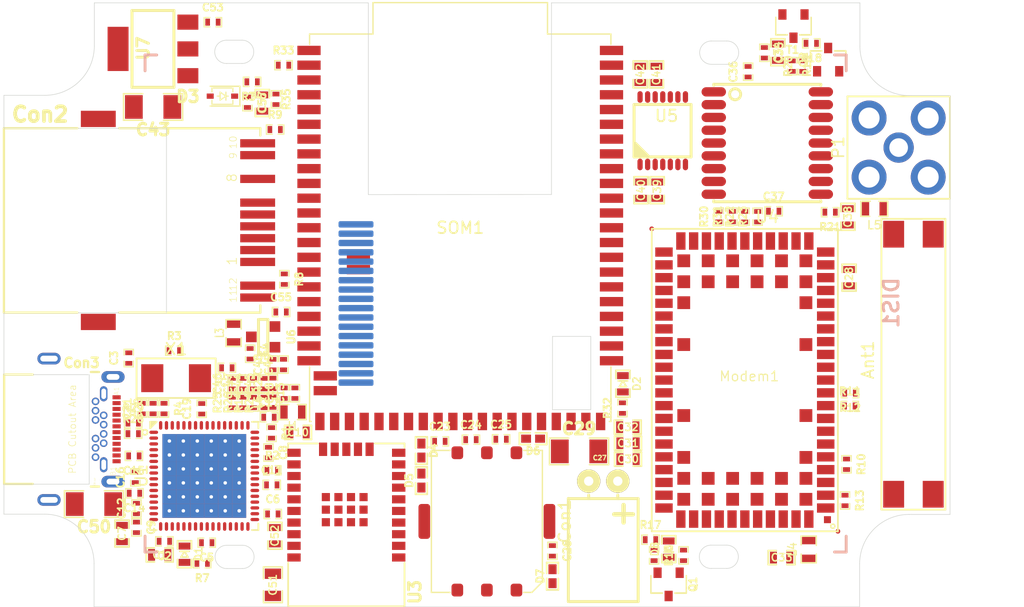
<source format=kicad_pcb>
(kicad_pcb (version 20171130) (host pcbnew 5.1.8-db9833491~88~ubuntu20.04.1)
  (title_block (title "LicheePi Nano Sara U270 Development Board") (date 2020-11-14) (rev V1.0) (company "Embedded System Labs"))
  (layers (0 F.Cu signal) (31 B.Cu signal) (34 B.Paste user) (35 F.Paste user) (36 B.SilkS user) (37 F.SilkS user) (38 B.Mask user) (39 F.Mask user) (44 Edge.Cuts user))
  (net 0 "")
  (net 1 GND)
  (net 2 "Net-(Ant1-Pad1)")
  (net 3 "Net-(C3-Pad1)")
  (net 4 "Net-(C4-Pad2)")
  (net 5 "Net-(C12-Pad1)")
  (net 6 "Net-(C10-Pad1)")
  (net 7 "Net-(C13-Pad1)")
  (net 8 "Net-(C33-Pad2)")
  (net 9 "Net-(C34-Pad1)")
  (net 10 "/GPS Module/GPS_V_BCKP")
  (net 11 "Net-(C38-Pad1)")
  (net 12 "Net-(D1-Pad2)")
  (net 13 "Net-(D1-Pad1)")
  (net 14 "Net-(D8-Pad1)")
  (net 15 "Net-(D8-Pad2)")
  (net 16 "Net-(L5-Pad1)")
  (net 17 "Net-(Q1-Pad1)")
  (net 18 "Net-(Q2-Pad3)")
  (net 19 "Net-(Q2-Pad1)")
  (net 20 "Net-(R1-Pad1)")
  (net 21 "Net-(R2-Pad1)")
  (net 22 "Net-(R4-Pad2)")
  (net 23 "Net-(R21-Pad2)")
  (net 24 "/Modem 3G/VSIM")
  (net 25 "/Modem 3G/SIM_RST")
  (net 26 "/Modem 3G/SIM_CLK")
  (net 27 "/Modem 3G/SIM_IO")
  (net 28 "/GPS Module/1V8")
  (net 29 "/USB Hub Module/USB_D2_OUT_P")
  (net 30 "/USB Hub Module/USB_D2_OUT_N")
  (net 31 "Net-(Modem1-Pad9)")
  (net 32 "Net-(Modem1-Pad10)")
  (net 33 "Net-(Modem1-Pad16)")
  (net 34 "/Modem 3G/SIM_DET")
  (net 35 "/GPS Module/POWER_IN_1V8")
  (net 36 "/Logic Voltage Shifter/SIG3_LOW_PART")
  (net 37 "/Logic Voltage Shifter/SIG4_LOW_PART")
  (net 38 "/GPS Module/GNSS_ENABLE")
  (net 39 "/Logic Voltage Shifter/SIG2_LOW_PART")
  (net 40 "/GPS Module/GPS_EXTINT")
  (net 41 "/Modem 3G/GPS_I2C_1V8_SDA")
  (net 42 "/Modem 3G/GPS_I2C_1V8_SCL")
  (net 43 "/Logic Voltage Shifter/SIG1_LOW_PART")
  (net 44 "/Ethernet Connector Module/SHIELD1")
  (net 45 "/USB Hub Module/ETHERNET_RXN")
  (net 46 "/USB Hub Module/ETHERNET_RXP")
  (net 47 "/USB Hub Module/ETHERNET_TXN")
  (net 48 "/USB Hub Module/ETHERNET_TXP")
  (net 49 "Net-(C48-Pad1)")
  (net 50 "/Ethernet Connector Module/LED_Yellow_-")
  (net 51 "/Ethernet Connector Module/LED_Green_-")
  (net 52 "Net-(L6-Pad2)")
  (net 53 "Net-(R8-Pad2)")
  (net 54 "Net-(R9-Pad2)")
  (net 55 3V3)
  (net 56 "/Ethernet Connector Module/POWER_IN_3V3")
  (net 57 "Net-(C50-Pad1)")
  (net 58 "/LicheePi Nano SOM/POWER_IN_5V0")
  (net 59 "Net-(Con3-PadA6)")
  (net 60 "Net-(Con3-PadA7)")
  (net 61 "/LCD Module/CLK")
  (net 62 "/LCD Module/MOSI")
  (net 63 "/LCD Module/CS")
  (net 64 "/LCD Module/MISO")
  (net 65 "/LCD Module/LED_A")
  (net 66 "/LCD Module/LED_K1")
  (net 67 "/LicheePi Nano SOM/TPY2")
  (net 68 "/LicheePi Nano SOM/TPX2")
  (net 69 "/LicheePi Nano SOM/TPX1")
  (net 70 "/LicheePi Nano SOM/TPY1")
  (net 71 "/LicheePi Nano SOM/USB_D_N")
  (net 72 "/LicheePi Nano SOM/USB_D_P")
  (net 73 "/Logic Voltage Shifter/SIG3_HIGH_PART")
  (net 74 "/Logic Voltage Shifter/SIG2_HIGH_PART")
  (net 75 "/Logic Voltage Shifter/SIG4_HIGH_PART")
  (net 76 "/Logic Voltage Shifter/SIG1_HIGH_PART")
  (net 77 "/USB Hub Module/USB_D3_OUT_N")
  (net 78 "/USB Hub Module/USB_D3_OUT_P")
  (net 79 "/LicheePi Nano SOM/GPIO_PD11")
  (net 80 "/LicheePi Nano SOM/GPIO_PD1")
  (net 81 "/LCD Module/POWER_IN_2V8")
  (net 82 "Net-(C56-Pad1)")
  (net 83 "/LicheePi Nano SOM/USB_ID")
  (net 84 "Net-(D2-Pad2)")
  (net 85 "Net-(D2-Pad1)")
  (net 86 "/LicheePi Nano SOM/GPIO_PD19")
  (net 87 "/LCD Module/DC")
  (net 88 "/LicheePi Nano SOM/GPIO_PD0")
  (net 89 "/LicheePi Nano SOM/GPIO_PD5")
  (net 90 "/UBlox WiFi Lily W132/ENABLE")
  (net 91 "/LicheePi Nano SOM/GPIO_PD9")
  (net 92 "/Modem 3G/MODEM_POWER_IN")
  (module RJ45_Ethernet_Transformer:WE-RJ45_7498011122AR (layer F.Cu) (at 117.54 91.15 90)
    (fp_text reference Con2 (at 9.11 -15.2 180) (layer F.SilkS) (effects (font (size 1.27 1.27) (thickness 0.3175))))
    (fp_text value >VALUE)
    (fp_text user 12 (at -5.48894 1.39446 90) (layer F.SilkS) (effects (font (size 0.6096 0.6096) (thickness 0.0508))))
    (fp_text user 1 (at -3.4925 1.29286 90) (layer F.SilkS) (effects (font (size 0.8128 0.8128) (thickness 0.0762))))
    (fp_text user 8 (at 3.66522 1.29286 90) (layer F.SilkS) (effects (font (size 0.8128 0.8128) (thickness 0.0762))))
    (fp_text user 9 (at 5.5626 1.39446 90) (layer F.SilkS) (effects (font (size 0.6096 0.6096) (thickness 0.0508))))
    (fp_text user 10 (at 6.70814 1.39446 90) (layer F.SilkS) (effects (font (size 0.6096 0.6096) (thickness 0.0508))))
    (fp_text user 11 (at -6.4897 1.39446 90) (layer F.SilkS) (effects (font (size 0.6096 0.6096) (thickness 0.0508))))
    (pad "" np_thru_hole circle (at 3.49758 0 90) (size 1.39954 1.39954) (drill 1.39954) (layers *.Cu *.Mask))
    (pad "" np_thru_hole circle (at -3.49758 0 90) (size 1.39954 1.39954) (drill 1.39954) (layers *.Cu *.Mask))
    (pad Z2 smd rect (at 8.7249 -10.1981 90) (size 1.39954 2.99974) (layers F.Cu F.Paste F.Mask) (net 44 "/Ethernet Connector Module/SHIELD1"))
    (pad Z1 smd rect (at -8.7249 -10.1981 90) (size 1.39954 2.99974) (layers F.Cu F.Paste F.Mask) (net 44 "/Ethernet Connector Module/SHIELD1"))
    (pad 12 smd rect (at -5.60832 3.49758 90) (size 0.70866 2.99974) (layers F.Cu F.Paste F.Mask) (net 51 "/Ethernet Connector Module/LED_Green_-"))
    (pad 11 smd rect (at -6.6294 3.49758 90) (size 0.70866 2.99974) (layers F.Cu F.Paste F.Mask) (net 55 3V3))
    (pad 10 smd rect (at 6.6294 3.49758 90) (size 0.70866 2.99974) (layers F.Cu F.Paste F.Mask) (net 50 "/Ethernet Connector Module/LED_Yellow_-"))
    (pad 9 smd rect (at 5.60832 3.49758 90) (size 0.70866 2.99974) (layers F.Cu F.Paste F.Mask) (net 55 3V3))
    (pad 8 smd rect (at 3.5687 3.49758 90) (size 0.70866 2.99974) (layers F.Cu F.Paste F.Mask))
    (pad 6 smd rect (at 1.52908 3.49758 90) (size 0.70866 2.99974) (layers F.Cu F.Paste F.Mask) (net 45 "/USB Hub Module/ETHERNET_RXN"))
    (pad 5 smd rect (at 0.508 3.49758 90) (size 0.70866 2.99974) (layers F.Cu F.Paste F.Mask) (net 49 "Net-(C48-Pad1)"))
    (pad 4 smd rect (at -0.508 3.49758 90) (size 0.70866 2.99974) (layers F.Cu F.Paste F.Mask) (net 46 "/USB Hub Module/ETHERNET_RXP"))
    (pad 3 smd rect (at -1.52908 3.49758 90) (size 0.70866 2.99974) (layers F.Cu F.Paste F.Mask) (net 47 "/USB Hub Module/ETHERNET_TXN"))
    (pad 2 smd rect (at -2.54762 3.49758 90) (size 0.70866 2.99974) (layers F.Cu F.Paste F.Mask) (net 49 "Net-(C48-Pad1)"))
    (pad 1 smd rect (at -3.5687 3.49758 90) (size 0.70866 2.99974) (layers F.Cu F.Paste F.Mask) (net 48 "/USB Hub Module/ETHERNET_TXP"))
  )
  (module Display_Lcd:LiangHaoCai_Ili9341_spi (layer B.Cu) (at 141.49 98.29 90)
    (fp_text reference DIS1 (at 0.06 34.01 270) (layer B.SilkS) (effects (font (size 1.27 1.27) (thickness 0.254)) (justify mirror)))
    (fp_text value LiangHaoCai_Ili9341_spi hide)
    (pad 1 smd roundrect (at -6.8 -12 90) (size 0.55 3) (layers B.Cu B.Paste B.Mask) (net 1 GND) (clearance 0.03))
    (pad 2 smd roundrect (at -6 -12 90) (size 0.55 3) (layers B.Cu B.Paste B.Mask) (net 86 "/LicheePi Nano SOM/GPIO_PD19") (clearance 0.03))
    (pad 4 smd roundrect (at -4.4 -12 90) (size 0.55 3) (layers B.Cu B.Paste B.Mask) (net 87 "/LCD Module/DC") (clearance 0.03))
    (pad 3 smd roundrect (at -5.2 -12 90) (size 0.55 3) (layers B.Cu B.Paste B.Mask) (net 61 "/LCD Module/CLK") (clearance 0.03))
    (pad 6 smd roundrect (at -2.8 -12 90) (size 0.55 3) (layers B.Cu B.Paste B.Mask) (net 62 "/LCD Module/MOSI") (clearance 0.03))
    (pad 8 smd roundrect (at -1.2 -12 90) (size 0.55 3) (layers B.Cu B.Paste B.Mask) (net 1 GND) (clearance 0.03))
    (pad 5 smd roundrect (at -3.6 -12 90) (size 0.55 3) (layers B.Cu B.Paste B.Mask) (net 63 "/LCD Module/CS") (clearance 0.03))
    (pad 7 smd roundrect (at -2 -12 90) (size 0.55 3) (layers B.Cu B.Paste B.Mask) (net 64 "/LCD Module/MISO") (clearance 0.03))
    (pad 10 smd roundrect (at 0.4 -12 90) (size 0.55 3) (layers B.Cu B.Paste B.Mask) (net 65 "/LCD Module/LED_A") (clearance 0.03))
    (pad 12 smd roundrect (at 2 -12 90) (size 0.55 3) (layers B.Cu B.Paste B.Mask) (net 66 "/LCD Module/LED_K1") (clearance 0.03))
    (pad 16 smd roundrect (at 5.2 -12 90) (size 0.55 3) (layers B.Cu B.Paste B.Mask) (net 67 "/LicheePi Nano SOM/TPY2") (clearance 0.03))
    (pad 13 smd roundrect (at 2.8 -12 90) (size 0.55 3) (layers B.Cu B.Paste B.Mask) (net 66 "/LCD Module/LED_K1") (clearance 0.03))
    (pad 9 smd roundrect (at -0.4 -12 90) (size 0.55 3) (layers B.Cu B.Paste B.Mask) (net 81 "/LCD Module/POWER_IN_2V8") (clearance 0.03))
    (pad 11 smd roundrect (at 1.2 -12 90) (size 0.55 3) (layers B.Cu B.Paste B.Mask) (net 66 "/LCD Module/LED_K1") (clearance 0.03))
    (pad 15 smd roundrect (at 4.4 -12 90) (size 0.55 3) (layers B.Cu B.Paste B.Mask) (net 68 "/LicheePi Nano SOM/TPX2") (clearance 0.03))
    (pad 14 smd roundrect (at 3.6 -12 90) (size 0.55 3) (layers B.Cu B.Paste B.Mask) (net 66 "/LCD Module/LED_K1") (clearance 0.03))
    (pad 17 smd roundrect (at 6 -12 90) (size 0.55 3) (layers B.Cu B.Paste B.Mask) (net 69 "/LicheePi Nano SOM/TPX1") (clearance 0.03))
    (pad 18 smd roundrect (at 6.8 -12 90) (size 0.55 3) (layers B.Cu B.Paste B.Mask) (net 70 "/LicheePi Nano SOM/TPY1") (clearance 0.03))
  )
  (module LicheePi_SOM:LicheePiNano (layer F.Cu) (at 138.45 91.78 180)
    (fp_text reference SOM1 (at 0 0 180) (layer F.SilkS))
    (fp_text value LicheePiNano)
    (pad 1 smd rect (at -13 15.24 180) (size 2 0.8) (layers F.Cu F.Paste F.Mask) (clearance 0.06))
    (pad 2 smd rect (at -13 13.97 180) (size 2 0.8) (layers F.Cu F.Paste F.Mask) (clearance 0.06))
    (pad 3 smd rect (at -13 12.7 180) (size 2 0.8) (layers F.Cu F.Paste F.Mask) (clearance 0.06))
    (pad 4 smd rect (at -13 11.43 180) (size 2 0.8) (layers F.Cu F.Paste F.Mask) (clearance 0.06))
    (pad 5 smd rect (at -13 10.16 180) (size 2 0.8) (layers F.Cu F.Paste F.Mask) (clearance 0.06))
    (pad 7 smd rect (at -13 7.62 180) (size 2 0.8) (layers F.Cu F.Paste F.Mask) (clearance 0.06))
    (pad 8 smd rect (at -13 6.35 180) (size 2 0.8) (layers F.Cu F.Paste F.Mask) (clearance 0.06))
    (pad 6 smd rect (at -13 8.89 180) (size 2 0.8) (layers F.Cu F.Paste F.Mask) (clearance 0.06))
    (pad 9 smd rect (at -13 5.08 180) (size 2 0.8) (layers F.Cu F.Paste F.Mask) (clearance 0.06))
    (pad 11 smd rect (at -13 2.54 180) (size 2 0.8) (layers F.Cu F.Paste F.Mask) (clearance 0.06))
    (pad 12 smd rect (at -13 1.27 180) (size 2 0.8) (layers F.Cu F.Paste F.Mask) (net 64 "/LCD Module/MISO") (clearance 0.06))
    (pad 13 smd rect (at -13 0 180) (size 2 0.8) (layers F.Cu F.Paste F.Mask) (clearance 0.06))
    (pad 14 smd rect (at -13 -1.27 180) (size 2 0.8) (layers F.Cu F.Paste F.Mask) (net 61 "/LCD Module/CLK") (clearance 0.06))
    (pad 15 smd rect (at -13 -2.54 180) (size 2 0.8) (layers F.Cu F.Paste F.Mask) (clearance 0.06))
    (pad 16 smd rect (at -13 -3.81 180) (size 2 0.8) (layers F.Cu F.Paste F.Mask) (net 62 "/LCD Module/MOSI") (clearance 0.06))
    (pad 10 smd rect (at -13 3.81 180) (size 2 0.8) (layers F.Cu F.Paste F.Mask) (net 63 "/LCD Module/CS") (clearance 0.06))
    (pad 20 smd rect (at -13 -8.89 180) (size 2 0.8) (layers F.Cu F.Paste F.Mask) (clearance 0.06))
    (pad 17 smd rect (at -13 -5.08 180) (size 2 0.8) (layers F.Cu F.Paste F.Mask) (clearance 0.06))
    (pad 22 smd rect (at -13 -11.43 180) (size 2 0.8) (layers F.Cu F.Paste F.Mask) (net 84 "Net-(D2-Pad2)") (clearance 0.06))
    (pad 21 smd rect (at -13 -10.16 180) (size 2 0.8) (layers F.Cu F.Paste F.Mask) (net 86 "/LicheePi Nano SOM/GPIO_PD19") (clearance 0.06))
    (pad 19 smd rect (at -13 -7.62 180) (size 2 0.8) (layers F.Cu F.Paste F.Mask) (clearance 0.06))
    (pad 18 smd rect (at -13 -6.35 180) (size 2 0.8) (layers F.Cu F.Paste F.Mask) (clearance 0.06))
    (pad 43 smd rect (at 13 -11.43 180) (size 2 0.8) (layers F.Cu F.Paste F.Mask) (clearance 0.06))
    (pad 44 smd rect (at 13 -10.16 180) (size 2 0.8) (layers F.Cu F.Paste F.Mask) (clearance 0.06))
    (pad 48 smd rect (at 13 -5.08 180) (size 2 0.8) (layers F.Cu F.Paste F.Mask) (clearance 0.06))
    (pad 45 smd rect (at 13 -8.89 180) (size 2 0.8) (layers F.Cu F.Paste F.Mask) (net 67 "/LicheePi Nano SOM/TPY2") (clearance 0.06))
    (pad 46 smd rect (at 13 -7.62 180) (size 2 0.8) (layers F.Cu F.Paste F.Mask) (clearance 0.06))
    (pad 47 smd rect (at 13 -6.35 180) (size 2 0.8) (layers F.Cu F.Paste F.Mask) (net 70 "/LicheePi Nano SOM/TPY1") (clearance 0.06))
    (pad 64 smd rect (at 13 15.24 180) (size 2 0.8) (layers F.Cu F.Paste F.Mask) (net 71 "/LicheePi Nano SOM/USB_D_N") (clearance 0.06))
    (pad 62 smd rect (at 13 12.7 180) (size 2 0.8) (layers F.Cu F.Paste F.Mask) (net 72 "/LicheePi Nano SOM/USB_D_P") (clearance 0.06))
    (pad 61 smd rect (at 13 11.43 180) (size 2 0.8) (layers F.Cu F.Paste F.Mask) (clearance 0.06))
    (pad 60 smd rect (at 13 10.16 180) (size 2 0.8) (layers F.Cu F.Paste F.Mask) (clearance 0.06))
    (pad 59 smd rect (at 13 8.89 180) (size 2 0.8) (layers F.Cu F.Paste F.Mask) (clearance 0.06))
    (pad 58 smd rect (at 13 7.62 180) (size 2 0.8) (layers F.Cu F.Paste F.Mask) (clearance 0.06))
    (pad 56 smd rect (at 13 5.08 180) (size 2 0.8) (layers F.Cu F.Paste F.Mask) (clearance 0.06))
    (pad 57 smd rect (at 13 6.35 180) (size 2 0.8) (layers F.Cu F.Paste F.Mask) (net 58 "/LicheePi Nano SOM/POWER_IN_5V0") (clearance 0.06))
    (pad 51 smd rect (at 13 -1.27 180) (size 2 0.8) (layers F.Cu F.Paste F.Mask) (net 69 "/LicheePi Nano SOM/TPX1") (clearance 0.06))
    (pad 54 smd rect (at 13 2.54 180) (size 2 0.8) (layers F.Cu F.Paste F.Mask) (clearance 0.06))
    (pad 49 smd rect (at 13 -3.81 180) (size 2 0.8) (layers F.Cu F.Paste F.Mask) (net 68 "/LicheePi Nano SOM/TPX2") (clearance 0.06))
    (pad 50 smd rect (at 13 -2.54 180) (size 2 0.8) (layers F.Cu F.Paste F.Mask) (clearance 0.06))
    (pad 52 smd rect (at 13 0 180) (size 2 0.8) (layers F.Cu F.Paste F.Mask) (clearance 0.06))
    (pad 55 smd rect (at 13 3.81 180) (size 2 0.8) (layers F.Cu F.Paste F.Mask) (net 1 GND) (clearance 0.06))
    (pad 53 smd rect (at 13 1.27 180) (size 2 0.8) (layers F.Cu F.Paste F.Mask) (net 55 3V3) (clearance 0.06))
    (pad 63 smd rect (at 13 13.97 180) (size 2 0.8) (layers F.Cu F.Paste F.Mask) (net 83 "/LicheePi Nano SOM/USB_ID") (clearance 0.06))
    (pad 25 smd rect (at -9.525 -16.65 270) (size 1.5 0.8) (layers F.Cu F.Paste F.Mask) (net 89 "/LicheePi Nano SOM/GPIO_PD5") (clearance 0.06))
    (pad 26 smd rect (at -8.255 -16.65 270) (size 1.5 0.8) (layers F.Cu F.Paste F.Mask) (net 73 "/Logic Voltage Shifter/SIG3_HIGH_PART") (clearance 0.06))
    (pad 28 smd rect (at -5.715 -16.65 270) (size 1.5 0.8) (layers F.Cu F.Paste F.Mask) (clearance 0.06))
    (pad 23 smd rect (at -12.065 -16.65 270) (size 1.5 0.8) (layers F.Cu F.Paste F.Mask) (clearance 0.06))
    (pad 24 smd rect (at -10.795 -16.65 270) (size 1.5 0.8) (layers F.Cu F.Paste F.Mask) (clearance 0.06))
    (pad 37 smd rect (at 5.715 -16.65 270) (size 1.5 0.8) (layers F.Cu F.Paste F.Mask) (clearance 0.06))
    (pad 41 smd rect (at 10.795 -16.65 270) (size 1.5 0.8) (layers F.Cu F.Paste F.Mask) (net 76 "/Logic Voltage Shifter/SIG1_HIGH_PART") (clearance 0.06))
    (pad 38 smd rect (at 6.985 -16.65 270) (size 1.5 0.8) (layers F.Cu F.Paste F.Mask) (clearance 0.06))
    (pad 36 smd rect (at 4.445 -16.65 270) (size 1.5 0.8) (layers F.Cu F.Paste F.Mask) (clearance 0.06))
    (pad 29 smd rect (at -4.445 -16.65 270) (size 1.5 0.8) (layers F.Cu F.Paste F.Mask) (net 80 "/LicheePi Nano SOM/GPIO_PD1") (clearance 0.06))
    (pad 30 smd rect (at -3.175 -16.65 270) (size 1.5 0.8) (layers F.Cu F.Paste F.Mask) (net 88 "/LicheePi Nano SOM/GPIO_PD0") (clearance 0.06))
    (pad 35 smd rect (at 3.175 -16.65 270) (size 1.5 0.8) (layers F.Cu F.Paste F.Mask) (clearance 0.06))
    (pad 27 smd rect (at -6.985 -16.65 270) (size 1.5 0.8) (layers F.Cu F.Paste F.Mask) (net 75 "/Logic Voltage Shifter/SIG4_HIGH_PART") (clearance 0.06))
    (pad 34 smd rect (at 1.905 -16.65 270) (size 1.5 0.8) (layers F.Cu F.Paste F.Mask) (net 87 "/LCD Module/DC") (clearance 0.06))
    (pad 31 smd rect (at -1.905 -16.65 270) (size 1.5 0.8) (layers F.Cu F.Paste F.Mask) (net 79 "/LicheePi Nano SOM/GPIO_PD11") (clearance 0.06))
    (pad 32 smd rect (at -0.635 -16.65 270) (size 1.5 0.8) (layers F.Cu F.Paste F.Mask) (net 90 "/UBlox WiFi Lily W132/ENABLE") (clearance 0.06))
    (pad 39 smd rect (at 8.255 -16.65 270) (size 1.5 0.8) (layers F.Cu F.Paste F.Mask) (clearance 0.06))
    (pad 42 smd rect (at 12.065 -16.65 270) (size 1.5 0.8) (layers F.Cu F.Paste F.Mask) (clearance 0.06))
    (pad 33 smd rect (at 0.635 -16.65 270) (size 1.5 0.8) (layers F.Cu F.Paste F.Mask) (net 91 "/LicheePi Nano SOM/GPIO_PD9") (clearance 0.06))
    (pad 40 smd rect (at 9.525 -16.65 270) (size 1.5 0.8) (layers F.Cu F.Paste F.Mask) (net 74 "/Logic Voltage Shifter/SIG2_HIGH_PART") (clearance 0.06))
    (pad 65 smd rect (at 11.6 -14 180) (size 2 0.8) (layers F.Cu F.Paste F.Mask) (net 65 "/LCD Module/LED_A") (clearance 0.06))
    (pad 66 smd rect (at 11.6 -12.73 180) (size 2 0.8) (layers F.Cu F.Paste F.Mask) (net 66 "/LCD Module/LED_K1") (clearance 0.06))
    (pad 67 smd rect (at 8.75 -3.6 180) (size 2 0.8) (layers F.Cu F.Paste F.Mask) (clearance 0.06))
    (pad 68 smd rect (at 8.75 -2.33 180) (size 2 0.8) (layers F.Cu F.Paste F.Mask) (clearance 0.06))
  )
  (module Ant_Microdis:MEE04 (layer F.Cu) (at 177.4 103.51 270)
    (fp_text reference Ant1 (at -0.37 3.91 90) (layer F.SilkS))
    (fp_text value MEE04)
    (pad ~ smd rect (at -11.175 -1.7 270) (size 2.3 1.8) (layers F.Cu F.Paste F.Mask) (clearance 0.1))
    (pad ~ smd rect (at -11.175 1.7 270) (size 2.3 1.8) (layers F.Cu F.Paste F.Mask) (clearance 0.1))
    (pad 0 smd rect (at 11.175 -1.7 270) (size 2.3 1.8) (layers F.Cu F.Paste F.Mask) (net 1 GND) (clearance 0.1))
    (pad 1 smd rect (at 11.175 1.7 270) (size 2.3 1.8) (layers F.Cu F.Paste F.Mask) (net 2 "Net-(Ant1-Pad1)") (clearance 0.1))
  )
  (module Capacitors_Smd_0603:4_7uF_0603 (layer F.Cu) (at 112.62 119.9 180)
    (fp_text reference C1 (at 0 0) (layer F.SilkS) (effects (font (size 0.635 0.635) (thickness 0.127))))
    (fp_text value 4.7uF/6V3 hide)
    (pad 1 smd rect (at -0.7 0 180) (size 0.6 1) (layers F.Cu F.Paste F.Mask) (net 55 3V3) (clearance 0.03))
    (pad 2 smd rect (at 0.7 0 180) (size 0.6 1) (layers F.Cu F.Paste F.Mask) (net 1 GND) (clearance 0.03))
  )
  (module Capacitors_Smd_0402:100nF_0402 (layer F.Cu) (at 113.02 118.73 180)
    (fp_text reference C2 (at 0 -1.27) (layer F.SilkS) (effects (font (size 0.635 0.635))))
    (fp_text value 100nF/50V)
    (pad 1 smd rect (at -0.45 0 180) (size 0.4 0.6) (layers F.Cu F.Paste F.Mask) (net 55 3V3) (clearance 0.07))
    (pad 2 smd rect (at 0.45 0 180) (size 0.4 0.6) (layers F.Cu F.Paste F.Mask) (net 1 GND) (clearance 0.07))
  )
  (module Capacitors_Smd_0402:30pF_0402 (layer F.Cu) (at 109.96 102.98 90)
    (fp_text reference C3 (at 0 -1.27 90) (layer F.SilkS) (effects (font (size 0.635 0.635))))
    (fp_text value 30pF/50V)
    (pad 1 smd rect (at -0.45 0 90) (size 0.4 0.6) (layers F.Cu F.Paste F.Mask) (net 3 "Net-(C3-Pad1)") (clearance 0.07))
    (pad 2 smd rect (at 0.45 0 90) (size 0.4 0.6) (layers F.Cu F.Paste F.Mask) (net 1 GND) (clearance 0.07))
  )
  (module Capacitors_Smd_0402:30pF_0402 (layer F.Cu) (at 118.39 103.82 180)
    (fp_text reference C4 (at 0 -1.27) (layer F.SilkS) (effects (font (size 0.635 0.635))))
    (fp_text value 30pF/50V)
    (pad 2 smd rect (at 0.45 0 180) (size 0.4 0.6) (layers F.Cu F.Paste F.Mask) (net 4 "Net-(C4-Pad2)") (clearance 0.07))
    (pad 1 smd rect (at -0.45 0 180) (size 0.4 0.6) (layers F.Cu F.Paste F.Mask) (net 1 GND) (clearance 0.07))
  )
  (module Capacitors_Smd_0402:100nF_0402 (layer F.Cu) (at 116.66 118.85 180)
    (fp_text reference C5 (at 0 -1.27) (layer F.SilkS) (effects (font (size 0.635 0.635))))
    (fp_text value 100nF/50V)
    (pad 1 smd rect (at -0.45 0 180) (size 0.4 0.6) (layers F.Cu F.Paste F.Mask) (net 55 3V3) (clearance 0.07))
    (pad 2 smd rect (at 0.45 0 180) (size 0.4 0.6) (layers F.Cu F.Paste F.Mask) (net 1 GND) (clearance 0.07))
  )
  (module Capacitors_Smd_0402:100nF_0402 (layer F.Cu) (at 122.34 116.38)
    (fp_text reference C6 (at 0 -1.27) (layer F.SilkS) (effects (font (size 0.635 0.635))))
    (fp_text value 100nF/50V)
    (pad 2 smd rect (at 0.45 0) (size 0.4 0.6) (layers F.Cu F.Paste F.Mask) (net 1 GND) (clearance 0.07))
    (pad 1 smd rect (at -0.45 0) (size 0.4 0.6) (layers F.Cu F.Paste F.Mask) (net 55 3V3) (clearance 0.07))
  )
  (module Capacitors_Smd_0603:4_7uF_0603 (layer F.Cu) (at 109.38 118.06 270)
    (fp_text reference C7 (at 0 0 90) (layer F.SilkS) (effects (font (size 0.635 0.635) (thickness 0.127))))
    (fp_text value 4.7uF/6V3 hide)
    (pad 2 smd rect (at 0.7 0 270) (size 0.6 1) (layers F.Cu F.Paste F.Mask) (net 1 GND) (clearance 0.03))
    (pad 1 smd rect (at -0.7 0 270) (size 0.6 1) (layers F.Cu F.Paste F.Mask) (net 5 "Net-(C12-Pad1)") (clearance 0.03))
  )
  (module Capacitors_Smd_0402:100nF_0402 (layer F.Cu) (at 121.97 111.1 270)
    (fp_text reference C8 (at 0 -1.27 90) (layer F.SilkS) (effects (font (size 0.635 0.635))))
    (fp_text value 100nF/50V)
    (pad 1 smd rect (at -0.45 0 270) (size 0.4 0.6) (layers F.Cu F.Paste F.Mask) (net 55 3V3) (clearance 0.07))
    (pad 2 smd rect (at 0.45 0 270) (size 0.4 0.6) (layers F.Cu F.Paste F.Mask) (net 1 GND) (clearance 0.07))
  )
  (module Capacitors_Smd_0402:100nF_0402 (layer F.Cu) (at 110.62 117.53 270)
    (fp_text reference C9 (at 0 -1.27 90) (layer F.SilkS) (effects (font (size 0.635 0.635))))
    (fp_text value 100nF/50V)
    (pad 2 smd rect (at 0.45 0 270) (size 0.4 0.6) (layers F.Cu F.Paste F.Mask) (net 1 GND) (clearance 0.07))
    (pad 1 smd rect (at -0.45 0 270) (size 0.4 0.6) (layers F.Cu F.Paste F.Mask) (net 5 "Net-(C12-Pad1)") (clearance 0.07))
  )
  (module Capacitors_Smd_0603:1uF_0603 (layer F.Cu) (at 124.51 109.37)
    (fp_text reference C10 (at 0 0) (layer F.SilkS) (effects (font (size 0.635 0.635) (thickness 0.127))))
    (fp_text value 1uF/6V3 hide)
    (pad 1 smd rect (at -0.7 0) (size 0.6 1) (layers F.Cu F.Paste F.Mask) (net 6 "Net-(C10-Pad1)") (clearance 0.03))
    (pad 2 smd rect (at 0.7 0) (size 0.6 1) (layers F.Cu F.Paste F.Mask) (net 1 GND) (clearance 0.03))
  )
  (module Capacitors_Smd_0402:100nF_0402 (layer F.Cu) (at 122.25 113.88)
    (fp_text reference C11 (at 0 -1.27) (layer F.SilkS) (effects (font (size 0.635 0.635))))
    (fp_text value 100nF/50V)
    (pad 2 smd rect (at 0.45 0) (size 0.4 0.6) (layers F.Cu F.Paste F.Mask) (net 1 GND) (clearance 0.07))
    (pad 1 smd rect (at -0.45 0) (size 0.4 0.6) (layers F.Cu F.Paste F.Mask) (net 55 3V3) (clearance 0.07))
  )
  (module Capacitors_Smd_0402:100nF_0402 (layer F.Cu) (at 110.62 115.91 90)
    (fp_text reference C12 (at 0 -1.27 90) (layer F.SilkS) (effects (font (size 0.635 0.635))))
    (fp_text value 100nF/50V)
    (pad 1 smd rect (at -0.45 0 90) (size 0.4 0.6) (layers F.Cu F.Paste F.Mask) (net 5 "Net-(C12-Pad1)") (clearance 0.07))
    (pad 2 smd rect (at 0.45 0 90) (size 0.4 0.6) (layers F.Cu F.Paste F.Mask) (net 1 GND) (clearance 0.07))
  )
  (module Capacitors_Smd_0402:100nF_0402 (layer F.Cu) (at 124.24 106 90)
    (fp_text reference C13 (at 0 -1.27 90) (layer F.SilkS) (effects (font (size 0.635 0.635))))
    (fp_text value 100nF/50V)
    (pad 2 smd rect (at 0.45 0 90) (size 0.4 0.6) (layers F.Cu F.Paste F.Mask) (net 1 GND) (clearance 0.07))
    (pad 1 smd rect (at -0.45 0 90) (size 0.4 0.6) (layers F.Cu F.Paste F.Mask) (net 7 "Net-(C13-Pad1)") (clearance 0.07))
  )
  (module Capacitors_Smd_0402:100nF_0402 (layer F.Cu) (at 110.45 114.6 180)
    (fp_text reference C14 (at 0 -1.27) (layer F.SilkS) (effects (font (size 0.635 0.635))))
    (fp_text value 100nF/50V)
    (pad 1 smd rect (at -0.45 0 180) (size 0.4 0.6) (layers F.Cu F.Paste F.Mask) (net 79 "/LicheePi Nano SOM/GPIO_PD11") (clearance 0.07))
    (pad 2 smd rect (at 0.45 0 180) (size 0.4 0.6) (layers F.Cu F.Paste F.Mask) (net 1 GND) (clearance 0.07))
  )
  (module Capacitors_Smd_0402:100nF_0402 (layer F.Cu) (at 110.4 111.39 180)
    (fp_text reference C15 (at 0 -1.27) (layer F.SilkS) (effects (font (size 0.635 0.635))))
    (fp_text value 100nF/50V)
    (pad 2 smd rect (at 0.45 0 180) (size 0.4 0.6) (layers F.Cu F.Paste F.Mask) (net 1 GND) (clearance 0.07))
    (pad 1 smd rect (at -0.45 0 180) (size 0.4 0.6) (layers F.Cu F.Paste F.Mask) (net 56 "/Ethernet Connector Module/POWER_IN_3V3") (clearance 0.07))
  )
  (module Capacitors_Smd_0402:100nF_0402 (layer F.Cu) (at 110.52 113.23 90)
    (fp_text reference C16 (at 0 -1.27 90) (layer F.SilkS) (effects (font (size 0.635 0.635))))
    (fp_text value 100nF/50V)
    (pad 2 smd rect (at 0.45 0 90) (size 0.4 0.6) (layers F.Cu F.Paste F.Mask) (net 1 GND) (clearance 0.07))
    (pad 1 smd rect (at -0.45 0 90) (size 0.4 0.6) (layers F.Cu F.Paste F.Mask) (net 56 "/Ethernet Connector Module/POWER_IN_3V3") (clearance 0.07))
  )
  (module Capacitors_Smd_0402:100nF_0402 (layer F.Cu) (at 122.01 108.07)
    (fp_text reference C17 (at 0 -1.27) (layer F.SilkS) (effects (font (size 0.635 0.635))))
    (fp_text value 100nF/50V)
    (pad 1 smd rect (at -0.45 0) (size 0.4 0.6) (layers F.Cu F.Paste F.Mask) (net 56 "/Ethernet Connector Module/POWER_IN_3V3") (clearance 0.07))
    (pad 2 smd rect (at 0.45 0) (size 0.4 0.6) (layers F.Cu F.Paste F.Mask) (net 1 GND) (clearance 0.07))
  )
  (module Capacitors_Smd_0402:100nF_0402 (layer F.Cu) (at 123.32 106 90)
    (fp_text reference C18 (at 0 -1.27 90) (layer F.SilkS) (effects (font (size 0.635 0.635))))
    (fp_text value 100nF/50V)
    (pad 2 smd rect (at 0.45 0 90) (size 0.4 0.6) (layers F.Cu F.Paste F.Mask) (net 1 GND) (clearance 0.07))
    (pad 1 smd rect (at -0.45 0 90) (size 0.4 0.6) (layers F.Cu F.Paste F.Mask) (net 56 "/Ethernet Connector Module/POWER_IN_3V3") (clearance 0.07))
  )
  (module Capacitors_Smd_0402:100nF_0402 (layer F.Cu) (at 116.23 107.34 90)
    (fp_text reference C19 (at 0 -1.27 90) (layer F.SilkS) (effects (font (size 0.635 0.635))))
    (fp_text value 100nF/50V)
    (pad 2 smd rect (at 0.45 0 90) (size 0.4 0.6) (layers F.Cu F.Paste F.Mask) (net 1 GND) (clearance 0.07))
    (pad 1 smd rect (at -0.45 0 90) (size 0.4 0.6) (layers F.Cu F.Paste F.Mask) (net 56 "/Ethernet Connector Module/POWER_IN_3V3") (clearance 0.07))
  )
  (module Capacitors_Smd_0402:100nF_0402 (layer F.Cu) (at 112.05 107.32 90)
    (fp_text reference C20 (at 0 -1.27 90) (layer F.SilkS) (effects (font (size 0.635 0.635))))
    (fp_text value 100nF/50V)
    (pad 1 smd rect (at -0.45 0 90) (size 0.4 0.6) (layers F.Cu F.Paste F.Mask) (net 56 "/Ethernet Connector Module/POWER_IN_3V3") (clearance 0.07))
    (pad 2 smd rect (at 0.45 0 90) (size 0.4 0.6) (layers F.Cu F.Paste F.Mask) (net 1 GND) (clearance 0.07))
  )
  (module Capacitors_Smd_0402:100nF_0402 (layer F.Cu) (at 111.11 107.32 90)
    (fp_text reference C21 (at 0 -1.27 90) (layer F.SilkS) (effects (font (size 0.635 0.635))))
    (fp_text value 100nF/50V)
    (pad 1 smd rect (at -0.45 0 90) (size 0.4 0.6) (layers F.Cu F.Paste F.Mask) (net 56 "/Ethernet Connector Module/POWER_IN_3V3") (clearance 0.07))
    (pad 2 smd rect (at 0.45 0 90) (size 0.4 0.6) (layers F.Cu F.Paste F.Mask) (net 1 GND) (clearance 0.07))
  )
  (module Capacitors_Smd_0402:47pF_0402 (layer F.Cu) (at 136.7 110.14)
    (fp_text reference C23 (at 0 -1.27) (layer F.SilkS) (effects (font (size 0.635 0.635))))
    (fp_text value 47pF/50V)
    (pad 1 smd rect (at -0.45 0) (size 0.4 0.6) (layers F.Cu F.Paste F.Mask) (net 1 GND) (clearance 0.07))
    (pad 2 smd rect (at 0.45 0) (size 0.4 0.6) (layers F.Cu F.Paste F.Mask) (net 24 "/Modem 3G/VSIM") (clearance 0.07))
  )
  (module Capacitors_Smd_0402:47pF_0402 (layer F.Cu) (at 139.37 109.99)
    (fp_text reference C24 (at 0 -1.27) (layer F.SilkS) (effects (font (size 0.635 0.635))))
    (fp_text value 47pF/50V)
    (pad 2 smd rect (at 0.45 0) (size 0.4 0.6) (layers F.Cu F.Paste F.Mask) (net 25 "/Modem 3G/SIM_RST") (clearance 0.07))
    (pad 1 smd rect (at -0.45 0) (size 0.4 0.6) (layers F.Cu F.Paste F.Mask) (net 1 GND) (clearance 0.07))
  )
  (module Capacitors_Smd_0402:47pF_0402 (layer F.Cu) (at 141.96 109.96)
    (fp_text reference C25 (at 0 -1.27) (layer F.SilkS) (effects (font (size 0.635 0.635))))
    (fp_text value 47pF/50V)
    (pad 1 smd rect (at -0.45 0) (size 0.4 0.6) (layers F.Cu F.Paste F.Mask) (net 1 GND) (clearance 0.07))
    (pad 2 smd rect (at 0.45 0) (size 0.4 0.6) (layers F.Cu F.Paste F.Mask) (net 26 "/Modem 3G/SIM_CLK") (clearance 0.07))
  )
  (module Capacitors_Smd_0402:47pF_0402 (layer F.Cu) (at 146.37 119.55 270)
    (fp_text reference C26 (at 0 -1.27 90) (layer F.SilkS) (effects (font (size 0.635 0.635))))
    (fp_text value 47pF/50V)
    (pad 2 smd rect (at 0.45 0 270) (size 0.4 0.6) (layers F.Cu F.Paste F.Mask) (net 27 "/Modem 3G/SIM_IO") (clearance 0.07))
    (pad 1 smd rect (at -0.45 0 270) (size 0.4 0.6) (layers F.Cu F.Paste F.Mask) (net 1 GND) (clearance 0.07))
  )
  (module Discrete_Electrolytic:220uF_6_3V_Polymer_Horizontal_fi8_len8mm (layer F.Cu) (at 150.74 113.56 180)
    (fp_text reference C27 (at 0.3 2 180) (layer F.SilkS) (effects (font (size 0.4 0.4) (thickness 0.1))))
    (fp_text value 220uF/6V3 hide)
    (pad 2 thru_hole circle (at 1.25 0 180) (size 2 2) (drill 0.8) (layers *.Cu *.Mask F.SilkS) (net 1 GND))
    (pad 1 thru_hole circle (at -1.25 0 180) (size 2 2) (drill 0.8) (layers *.Cu *.Mask F.SilkS) (net 92 "/Modem 3G/MODEM_POWER_IN"))
  )
  (module Capacitors_Smd_0603:100nF_0603 (layer F.Cu) (at 171.87 96.07 90)
    (fp_text reference C28 (at 0 0 90) (layer F.SilkS) (effects (font (size 0.635 0.635) (thickness 0.127))))
    (fp_text value 100nF/50V hide)
    (pad 2 smd rect (at 0.7 0 90) (size 0.6 1) (layers F.Cu F.Paste F.Mask) (net 1 GND) (clearance 0.03))
    (pad 1 smd rect (at -0.7 0 90) (size 0.6 1) (layers F.Cu F.Paste F.Mask) (net 80 "/LicheePi Nano SOM/GPIO_PD1") (clearance 0.03))
  )
  (module Capacitors_Smd_1206:47uF_1206 (layer F.Cu) (at 148.66 111 180)
    (fp_text reference C29 (at 0 1.95) (layer F.SilkS) (effects (font (thickness 0.25))))
    (fp_text value 47uF/6V3 hide)
    (pad 1 smd rect (at -1.651 0 180) (size 1.524 2.032) (layers F.Cu F.Paste F.Mask) (net 92 "/Modem 3G/MODEM_POWER_IN"))
    (pad 2 smd rect (at 1.651 0 180) (size 1.524 2.032) (layers F.Cu F.Paste F.Mask) (net 1 GND))
  )
  (module Capacitors_Smd_0603:100nF_0603 (layer F.Cu) (at 152.87 111.67)
    (fp_text reference C30 (at 0 0) (layer F.SilkS) (effects (font (size 0.635 0.635) (thickness 0.127))))
    (fp_text value 100nF/50V hide)
    (pad 1 smd rect (at -0.7 0) (size 0.6 1) (layers F.Cu F.Paste F.Mask) (net 92 "/Modem 3G/MODEM_POWER_IN") (clearance 0.03))
    (pad 2 smd rect (at 0.7 0) (size 0.6 1) (layers F.Cu F.Paste F.Mask) (net 1 GND) (clearance 0.03))
  )
  (module Capacitors_Smd_0603:100nF_0603 (layer F.Cu) (at 152.87 110.3)
    (fp_text reference C31 (at 0 0) (layer F.SilkS) (effects (font (size 0.635 0.635) (thickness 0.127))))
    (fp_text value 100nF/50V hide)
    (pad 1 smd rect (at -0.7 0) (size 0.6 1) (layers F.Cu F.Paste F.Mask) (net 92 "/Modem 3G/MODEM_POWER_IN") (clearance 0.03))
    (pad 2 smd rect (at 0.7 0) (size 0.6 1) (layers F.Cu F.Paste F.Mask) (net 1 GND) (clearance 0.03))
  )
  (module Capacitors_Smd_0603:100nF_0603 (layer F.Cu) (at 152.85 108.92)
    (fp_text reference C32 (at 0 0) (layer F.SilkS) (effects (font (size 0.635 0.635) (thickness 0.127))))
    (fp_text value 100nF/50V hide)
    (pad 1 smd rect (at -0.7 0) (size 0.6 1) (layers F.Cu F.Paste F.Mask) (net 92 "/Modem 3G/MODEM_POWER_IN") (clearance 0.03))
    (pad 2 smd rect (at 0.7 0) (size 0.6 1) (layers F.Cu F.Paste F.Mask) (net 1 GND) (clearance 0.03))
  )
  (module Capacitors_Smd_0603:10pF_0603 (layer F.Cu) (at 166.07 120.13 180)
    (fp_text reference C33 (at 0 0) (layer F.SilkS) (effects (font (size 0.635 0.635) (thickness 0.127))))
    (fp_text value 10pF hide)
    (pad 1 smd rect (at -0.7 0 180) (size 0.6 1) (layers F.Cu F.Paste F.Mask) (net 2 "Net-(Ant1-Pad1)") (clearance 0.03))
    (pad 2 smd rect (at 0.7 0 180) (size 0.6 1) (layers F.Cu F.Paste F.Mask) (net 8 "Net-(C33-Pad2)") (clearance 0.03))
  )
  (module Capacitors_Smd_0603:1uF_0603 (layer F.Cu) (at 165.75 76.69 270)
    (fp_text reference C34 (at 0 0 90) (layer F.SilkS) (effects (font (size 0.635 0.635) (thickness 0.127))))
    (fp_text value 1uF/6V3 hide)
    (pad 1 smd rect (at -0.7 0 270) (size 0.6 1) (layers F.Cu F.Paste F.Mask) (net 9 "Net-(C34-Pad1)") (clearance 0.03))
    (pad 2 smd rect (at 0.7 0 270) (size 0.6 1) (layers F.Cu F.Paste F.Mask) (net 1 GND) (clearance 0.03))
  )
  (module Capacitors_Smd_0402:100nF_0402 (layer F.Cu) (at 164.59 76.74 270)
    (fp_text reference C35 (at 0 -1.27 90) (layer F.SilkS) (effects (font (size 0.635 0.635))))
    (fp_text value 100nF/50V)
    (pad 1 smd rect (at -0.45 0 270) (size 0.4 0.6) (layers F.Cu F.Paste F.Mask) (net 9 "Net-(C34-Pad1)") (clearance 0.07))
    (pad 2 smd rect (at 0.45 0 270) (size 0.4 0.6) (layers F.Cu F.Paste F.Mask) (net 1 GND) (clearance 0.07))
  )
  (module Capacitors_Smd_0402:100nF_0402 (layer F.Cu) (at 163.19 78.37 90)
    (fp_text reference C36 (at 0 -1.27 90) (layer F.SilkS) (effects (font (size 0.635 0.635))))
    (fp_text value 100nF/50V)
    (pad 2 smd rect (at 0.45 0 90) (size 0.4 0.6) (layers F.Cu F.Paste F.Mask) (net 1 GND) (clearance 0.07))
    (pad 1 smd rect (at -0.45 0 90) (size 0.4 0.6) (layers F.Cu F.Paste F.Mask) (net 10 "/GPS Module/GPS_V_BCKP") (clearance 0.07))
  )
  (module Capacitors_Smd_0402:100nF_0402 (layer F.Cu) (at 165.39 90.36)
    (fp_text reference C37 (at 0 -1.27) (layer F.SilkS) (effects (font (size 0.635 0.635))))
    (fp_text value 100nF/50V)
    (pad 1 smd rect (at -0.45 0) (size 0.4 0.6) (layers F.Cu F.Paste F.Mask) (net 28 "/GPS Module/1V8") (clearance 0.07))
    (pad 2 smd rect (at 0.45 0) (size 0.4 0.6) (layers F.Cu F.Paste F.Mask) (net 1 GND) (clearance 0.07))
  )
  (module Capacitors_Smd_0603:1uF_0603 (layer F.Cu) (at 171.77 90.84 270)
    (fp_text reference C38 (at 0 0 90) (layer F.SilkS) (effects (font (size 0.635 0.635) (thickness 0.127))))
    (fp_text value 1uF/6V3 hide)
    (pad 2 smd rect (at 0.7 0 270) (size 0.6 1) (layers F.Cu F.Paste F.Mask) (net 1 GND) (clearance 0.03))
    (pad 1 smd rect (at -0.7 0 270) (size 0.6 1) (layers F.Cu F.Paste F.Mask) (net 11 "Net-(C38-Pad1)") (clearance 0.03))
  )
  (module SimCard_Holders:SIM8050-6-0-14-01-A (layer F.Cu) (at 140.74 117.02 270)
    (fp_text reference Con1 (at -0.01 -6.69 270) (layer F.SilkS))
    (fp_text value SIM8050-6-0-14-01-A)
    (pad C1 smd roundrect (at -5.9 2.54 270) (size 1.1 1) (layers F.Cu F.Paste F.Mask) (net 24 "/Modem 3G/VSIM") (clearance 0.05))
    (pad C5 smd roundrect (at 5.9 2.54 270) (size 1.1 1) (layers F.Cu F.Paste F.Mask) (net 1 GND) (clearance 0.05))
    (pad C2 smd roundrect (at -5.9 0 270) (size 1.1 1) (layers F.Cu F.Paste F.Mask) (net 25 "/Modem 3G/SIM_RST") (clearance 0.05))
    (pad C6 smd roundrect (at 5.9 0 270) (size 1.1 1) (layers F.Cu F.Paste F.Mask) (clearance 0.05))
    (pad C3 smd roundrect (at -5.9 -2.54 270) (size 1.1 1) (layers F.Cu F.Paste F.Mask) (net 26 "/Modem 3G/SIM_CLK") (clearance 0.05))
    (pad C7 smd roundrect (at 5.9 -2.54 270) (size 1.1 1) (layers F.Cu F.Paste F.Mask) (net 27 "/Modem 3G/SIM_IO") (clearance 0.05))
    (pad ~ smd roundrect (at 0 5.38 270) (size 3 1) (layers F.Cu F.Paste F.Mask) (clearance 0.05))
    (pad ~ smd roundrect (at 0 -5.38 270) (size 3 1) (layers F.Cu F.Paste F.Mask) (clearance 0.05))
  )
  (module Diodes:LED_KPG-1608SURKC-T (layer F.Cu) (at 114.75 119.84 270)
    (fp_text reference D1 (at 0 -1.2 270) (layer F.SilkS) (effects (font (size 0.635 0.635) (thickness 0.127))))
    (fp_text value KPG-1608SURKC-T hide)
    (pad 2 smd rect (at -0.7 0 90) (size 0.6 1) (layers F.Cu F.Paste F.Mask) (net 12 "Net-(D1-Pad2)") (clearance 0.03))
    (pad 1 smd rect (at 0.7 0 90) (size 0.6 1) (layers F.Cu F.Paste F.Mask) (net 13 "Net-(D1-Pad1)") (clearance 0.03))
  )
  (module Diodes:PESD0402-140 (layer F.Cu) (at 135.11 110.93 90)
    (fp_text reference D4 (at 0 1.05 90) (layer F.SilkS) (effects (font (size 0.635 0.635) (thickness 0.15875))))
    (fp_text value PESD0402-140 hide)
    (pad 1 smd rect (at -0.6 0 90) (size 0.85 0.7) (layers F.Cu F.Paste F.Mask) (net 24 "/Modem 3G/VSIM") (clearance 0.03))
    (pad 2 smd rect (at 0.6 0 90) (size 0.85 0.7) (layers F.Cu F.Paste F.Mask) (net 1 GND) (clearance 0.03))
  )
  (module Diodes:PESD0402-140 (layer F.Cu) (at 135.11 113.51 270)
    (fp_text reference D5 (at 0 1.05 90) (layer F.SilkS) (effects (font (size 0.635 0.635) (thickness 0.15875))))
    (fp_text value PESD0402-140 hide)
    (pad 2 smd rect (at 0.6 0 270) (size 0.85 0.7) (layers F.Cu F.Paste F.Mask) (net 1 GND) (clearance 0.03))
    (pad 1 smd rect (at -0.6 0 270) (size 0.85 0.7) (layers F.Cu F.Paste F.Mask) (net 25 "/Modem 3G/SIM_RST") (clearance 0.03))
  )
  (module Diodes:PESD0402-140 (layer F.Cu) (at 144.71 109.91)
    (fp_text reference D6 (at 0 1.05) (layer F.SilkS) (effects (font (size 0.635 0.635) (thickness 0.15875))))
    (fp_text value PESD0402-140 hide)
    (pad 1 smd rect (at -0.6 0) (size 0.85 0.7) (layers F.Cu F.Paste F.Mask) (net 26 "/Modem 3G/SIM_CLK") (clearance 0.03))
    (pad 2 smd rect (at 0.6 0) (size 0.85 0.7) (layers F.Cu F.Paste F.Mask) (net 1 GND) (clearance 0.03))
  )
  (module Diodes:PESD0402-140 (layer F.Cu) (at 146.38 121.73 270)
    (fp_text reference D7 (at 0 1.05 90) (layer F.SilkS) (effects (font (size 0.635 0.635) (thickness 0.15875))))
    (fp_text value PESD0402-140 hide)
    (pad 2 smd rect (at 0.6 0 270) (size 0.85 0.7) (layers F.Cu F.Paste F.Mask) (net 1 GND) (clearance 0.03))
    (pad 1 smd rect (at -0.6 0 270) (size 0.85 0.7) (layers F.Cu F.Paste F.Mask) (net 27 "/Modem 3G/SIM_IO") (clearance 0.03))
  )
  (module Diodes:LED_KPG-1608SURKC-T (layer F.Cu) (at 156.37 119.4 90)
    (fp_text reference D8 (at 0 -1.2 270) (layer F.SilkS) (effects (font (size 0.635 0.635) (thickness 0.127))))
    (fp_text value KPG-1608SURKC-T hide)
    (pad 1 smd rect (at 0.7 0 270) (size 0.6 1) (layers F.Cu F.Paste F.Mask) (net 14 "Net-(D8-Pad1)") (clearance 0.03))
    (pad 2 smd rect (at -0.7 0 270) (size 0.6 1) (layers F.Cu F.Paste F.Mask) (net 15 "Net-(D8-Pad2)") (clearance 0.03))
  )
  (module Inductors:LCBA-601 (layer F.Cu) (at 124.06 107.62 180)
    (fp_text reference L1 (at 0 -1.2) (layer F.SilkS) (effects (font (size 0.7112 0.4572) (thickness 0.1143))))
    (fp_text value LCBA-601 hide)
    (pad 1 smd rect (at -0.762 0 180) (size 0.635 1.143) (layers F.Cu F.Paste F.Mask) (net 7 "Net-(C13-Pad1)") (clearance 0.03))
    (pad 2 smd rect (at 0.762 0 180) (size 0.635 1.143) (layers F.Cu F.Paste F.Mask) (net 6 "Net-(C10-Pad1)") (clearance 0.03))
  )
  (module Inductors:LCBA-601 (layer F.Cu) (at 118.97 100.83 90)
    (fp_text reference L3 (at 0 -1.2 90) (layer F.SilkS) (effects (font (size 0.7112 0.4572) (thickness 0.1143))))
    (fp_text value LCBA-601 hide)
    (pad 2 smd rect (at 0.762 0 90) (size 0.635 1.143) (layers F.Cu F.Paste F.Mask) (net 55 3V3) (clearance 0.03))
    (pad 1 smd rect (at -0.762 0 90) (size 0.635 1.143) (layers F.Cu F.Paste F.Mask) (net 56 "/Ethernet Connector Module/POWER_IN_3V3") (clearance 0.03))
  )
  (module Inductors:39nH_0603 (layer F.Cu) (at 168.4 119.43 90)
    (fp_text reference L4 (at 0 -1.39954 90) (layer F.SilkS) (effects (font (size 0.7112 0.7112) (thickness 0.1143))))
    (fp_text value 39nH hide)
    (pad 1 smd rect (at -0.762 0 90) (size 0.635 1.143) (layers F.Cu F.Paste F.Mask) (net 2 "Net-(Ant1-Pad1)"))
    (pad 2 smd rect (at 0.762 0 90) (size 0.635 1.143) (layers F.Cu F.Paste F.Mask) (net 1 GND))
  )
  (module Inductors:39nH_0603 (layer F.Cu) (at 174.04 90.15 180)
    (fp_text reference L5 (at 0 -1.39954) (layer F.SilkS) (effects (font (size 0.7112 0.7112) (thickness 0.1143))))
    (fp_text value 39nH hide)
    (pad 2 smd rect (at 0.762 0 180) (size 0.635 1.143) (layers F.Cu F.Paste F.Mask) (net 11 "Net-(C38-Pad1)"))
    (pad 1 smd rect (at -0.762 0 180) (size 0.635 1.143) (layers F.Cu F.Paste F.Mask) (net 16 "Net-(L5-Pad1)"))
  )
  (module RF_Connectors:RF2-03E-T-00-50-G (layer F.Cu) (at 176.13 84.89 270)
    (fp_text reference P1 (at 0 5.2 90) (layer F.SilkS))
    (fp_text value RF2-03E-T-00-50-G)
    (pad 1 thru_hole circle (at 0 0 270) (size 2.6 2.6) (drill 1.6) (layers *.Cu *.Mask) (net 16 "Net-(L5-Pad1)"))
    (pad 2 thru_hole circle (at 2.54 2.54 270) (size 3 3) (drill 1.8) (layers *.Cu *.Mask) (net 1 GND))
    (pad 2 thru_hole circle (at -2.54 2.54 270) (size 3 3) (drill 1.8) (layers *.Cu *.Mask) (net 1 GND))
    (pad 2 thru_hole circle (at 2.54 -2.54 270) (size 3 3) (drill 1.8) (layers *.Cu *.Mask) (net 1 GND))
    (pad 2 thru_hole circle (at -2.54 -2.54 270) (size 3 3) (drill 1.8) (layers *.Cu *.Mask) (net 1 GND))
  )
  (module Transistor_Bipolar:BC847B_SOT23 (layer F.Cu) (at 156.36 122.43 90)
    (fp_text reference Q1 (at 0 2.1 90) (layer F.SilkS) (effects (font (size 0.635 0.635) (thickness 0.15875))))
    (fp_text value BC847B hide)
    (pad 2 smd rect (at 1 -0.95) (size 0.7 0.9) (layers F.Cu F.Paste F.Mask) (net 1 GND) (clearance 0.08))
    (pad 1 smd rect (at 1 0.95) (size 0.7 0.9) (layers F.Cu F.Paste F.Mask) (net 17 "Net-(Q1-Pad1)") (clearance 0.08))
    (pad 3 smd rect (at -1 0) (size 0.7 0.9) (layers F.Cu F.Paste F.Mask) (net 15 "Net-(D8-Pad2)") (clearance 0.08))
  )
  (module Transistor_Bipolar:BC847B_SOT23 (layer F.Cu) (at 170.07 77.33 270)
    (fp_text reference Q2 (at 0 2.1 90) (layer F.SilkS) (effects (font (size 0.635 0.635) (thickness 0.15875))))
    (fp_text value BC847B hide)
    (pad 3 smd rect (at -1 0 180) (size 0.7 0.9) (layers F.Cu F.Paste F.Mask) (net 18 "Net-(Q2-Pad3)") (clearance 0.08))
    (pad 1 smd rect (at 1 0.95 180) (size 0.7 0.9) (layers F.Cu F.Paste F.Mask) (net 19 "Net-(Q2-Pad1)") (clearance 0.08))
    (pad 2 smd rect (at 1 -0.95 180) (size 0.7 0.9) (layers F.Cu F.Paste F.Mask) (net 1 GND) (clearance 0.08))
  )
  (module Resistor_Smd_0402:12k4_0402 (layer F.Cu) (at 122.23 109.41 270)
    (fp_text reference R1 (at 0 -1.27 90) (layer F.SilkS) (effects (font (size 0.635 0.635))))
    (fp_text value 12k/1%)
    (pad 1 smd rect (at -0.45 0 270) (size 0.4 0.6) (layers F.Cu F.Paste F.Mask) (net 20 "Net-(R1-Pad1)") (clearance 0.07))
    (pad 2 smd rect (at 0.45 0 270) (size 0.4 0.6) (layers F.Cu F.Paste F.Mask) (net 1 GND) (clearance 0.07))
  )
  (module Resistor_Smd_0402:10k_0402 (layer F.Cu) (at 122.29 112.63)
    (fp_text reference R2 (at 0 -1.27) (layer F.SilkS) (effects (font (size 0.635 0.635))))
    (fp_text value 10k)
    (pad 2 smd rect (at 0.45 0) (size 0.4 0.6) (layers F.Cu F.Paste F.Mask) (net 55 3V3) (clearance 0.07))
    (pad 1 smd rect (at -0.45 0) (size 0.4 0.6) (layers F.Cu F.Paste F.Mask) (net 21 "Net-(R2-Pad1)") (clearance 0.07))
  )
  (module Resistor_Smd_0402:1M_0402 (layer F.Cu) (at 113.87 102.35)
    (fp_text reference R3 (at 0 -1.27) (layer F.SilkS) (effects (font (size 0.635 0.635))))
    (fp_text value 1M)
    (pad 2 smd rect (at 0.45 0) (size 0.4 0.6) (layers F.Cu F.Paste F.Mask) (net 4 "Net-(C4-Pad2)") (clearance 0.07))
    (pad 1 smd rect (at -0.45 0) (size 0.4 0.6) (layers F.Cu F.Paste F.Mask) (net 3 "Net-(C3-Pad1)") (clearance 0.07))
  )
  (module Resistor_Smd_0402:12k_0402 (layer F.Cu) (at 112.99 107.32 270)
    (fp_text reference R4 (at 0 -1.27 90) (layer F.SilkS) (effects (font (size 0.635 0.635))))
    (fp_text value 12k/1%)
    (pad 1 smd rect (at -0.45 0 270) (size 0.4 0.6) (layers F.Cu F.Paste F.Mask) (net 1 GND) (clearance 0.07))
    (pad 2 smd rect (at 0.45 0 270) (size 0.4 0.6) (layers F.Cu F.Paste F.Mask) (net 22 "Net-(R4-Pad2)") (clearance 0.07))
  )
  (module Resistor_Smd_0402:470R_0402 (layer F.Cu) (at 116.27 120.62 180)
    (fp_text reference R7 (at 0 -1.27) (layer F.SilkS) (effects (font (size 0.635 0.635))))
    (fp_text value 470R)
    (pad 1 smd rect (at -0.45 0 180) (size 0.4 0.6) (layers F.Cu F.Paste F.Mask) (net 55 3V3) (clearance 0.07))
    (pad 2 smd rect (at 0.45 0 180) (size 0.4 0.6) (layers F.Cu F.Paste F.Mask) (net 13 "Net-(D1-Pad1)") (clearance 0.07))
  )
  (module Resistor_Smd_0402:470R_0402 (layer F.Cu) (at 123.33 96.2 270)
    (fp_text reference R8 (at 0 -1.27 90) (layer F.SilkS) (effects (font (size 0.635 0.635))))
    (fp_text value 470R)
    (pad 2 smd rect (at 0.45 0 270) (size 0.4 0.6) (layers F.Cu F.Paste F.Mask) (net 53 "Net-(R8-Pad2)") (clearance 0.07))
    (pad 1 smd rect (at -0.45 0 270) (size 0.4 0.6) (layers F.Cu F.Paste F.Mask) (net 51 "/Ethernet Connector Module/LED_Green_-") (clearance 0.07))
  )
  (module Resistor_Smd_0402:470R_0402 (layer F.Cu) (at 122.54 83.34)
    (fp_text reference R9 (at 0 -1.27) (layer F.SilkS) (effects (font (size 0.635 0.635))))
    (fp_text value 470R)
    (pad 2 smd rect (at 0.45 0) (size 0.4 0.6) (layers F.Cu F.Paste F.Mask) (net 54 "Net-(R9-Pad2)") (clearance 0.07))
    (pad 1 smd rect (at -0.45 0) (size 0.4 0.6) (layers F.Cu F.Paste F.Mask) (net 50 "/Ethernet Connector Module/LED_Yellow_-") (clearance 0.07))
  )
  (module Resistor_Smd_0402:10k_0402 (layer F.Cu) (at 171.65 112.11 270)
    (fp_text reference R10 (at 0 -1.27 90) (layer F.SilkS) (effects (font (size 0.635 0.635))))
    (fp_text value 10k)
    (pad 2 smd rect (at 0.45 0 270) (size 0.4 0.6) (layers F.Cu F.Paste F.Mask) (net 35 "/GPS Module/POWER_IN_1V8") (clearance 0.07))
    (pad 1 smd rect (at -0.45 0 270) (size 0.4 0.6) (layers F.Cu F.Paste F.Mask) (net 34 "/Modem 3G/SIM_DET") (clearance 0.07))
  )
  (module Resistor_Smd_0402:10k_0402 (layer F.Cu) (at 171.93 107.1)
    (fp_text reference R11 (at 0 -1.27) (layer F.SilkS) (effects (font (size 0.635 0.635))))
    (fp_text value 10k)
    (pad 2 smd rect (at 0.45 0) (size 0.4 0.6) (layers F.Cu F.Paste F.Mask) (net 1 GND) (clearance 0.07))
    (pad 1 smd rect (at -0.45 0) (size 0.4 0.6) (layers F.Cu F.Paste F.Mask) (net 31 "Net-(Modem1-Pad9)") (clearance 0.07))
  )
  (module Resistor_Smd_0402:10k_0402 (layer F.Cu) (at 171.95 105.99 180)
    (fp_text reference R12 (at 0 -1.27) (layer F.SilkS) (effects (font (size 0.635 0.635))))
    (fp_text value 10k)
    (pad 1 smd rect (at -0.45 0 180) (size 0.4 0.6) (layers F.Cu F.Paste F.Mask) (net 32 "Net-(Modem1-Pad10)") (clearance 0.07))
    (pad 2 smd rect (at 0.45 0 180) (size 0.4 0.6) (layers F.Cu F.Paste F.Mask) (net 1 GND) (clearance 0.07))
  )
  (module Resistor_Smd_0402:100k_0402 (layer F.Cu) (at 171.52 115.22 270)
    (fp_text reference R13 (at 0 -1.27 90) (layer F.SilkS) (effects (font (size 0.635 0.635))))
    (fp_text value 100k)
    (pad 2 smd rect (at 0.45 0 270) (size 0.4 0.6) (layers F.Cu F.Paste F.Mask) (net 88 "/LicheePi Nano SOM/GPIO_PD0") (clearance 0.07))
    (pad 1 smd rect (at -0.45 0 270) (size 0.4 0.6) (layers F.Cu F.Paste F.Mask) (net 10 "/GPS Module/GPS_V_BCKP") (clearance 0.07))
  )
  (module Resistor_Smd_0402:10k_0402 (layer F.Cu) (at 157.64 119.94 90)
    (fp_text reference R15 (at 0 -1.27 90) (layer F.SilkS) (effects (font (size 0.635 0.635))))
    (fp_text value 10k)
    (pad 1 smd rect (at -0.45 0 90) (size 0.4 0.6) (layers F.Cu F.Paste F.Mask) (net 17 "Net-(Q1-Pad1)") (clearance 0.07))
    (pad 2 smd rect (at 0.45 0 90) (size 0.4 0.6) (layers F.Cu F.Paste F.Mask) (net 33 "Net-(Modem1-Pad16)") (clearance 0.07))
  )
  (module Resistor_Smd_0402:47k_0402 (layer F.Cu) (at 155.11 119.94 270)
    (fp_text reference R16 (at 0 -1.27 90) (layer F.SilkS) (effects (font (size 0.635 0.635))))
    (fp_text value 47k)
    (pad 1 smd rect (at -0.45 0 270) (size 0.4 0.6) (layers F.Cu F.Paste F.Mask) (net 17 "Net-(Q1-Pad1)") (clearance 0.07))
    (pad 2 smd rect (at 0.45 0 270) (size 0.4 0.6) (layers F.Cu F.Paste F.Mask) (net 1 GND) (clearance 0.07))
  )
  (module Resistor_Smd_0402:470R_0402 (layer F.Cu) (at 154.8 118.59)
    (fp_text reference R17 (at 0 -1.27) (layer F.SilkS) (effects (font (size 0.635 0.635))))
    (fp_text value 470R)
    (pad 1 smd rect (at -0.45 0) (size 0.4 0.6) (layers F.Cu F.Paste F.Mask) (net 92 "/Modem 3G/MODEM_POWER_IN") (clearance 0.07))
    (pad 2 smd rect (at 0.45 0) (size 0.4 0.6) (layers F.Cu F.Paste F.Mask) (net 14 "Net-(D8-Pad1)") (clearance 0.07))
  )
  (module Resistor_Smd_0402:100k_0402 (layer F.Cu) (at 168.62 75.93 180)
    (fp_text reference R18 (at 0 -1.27) (layer F.SilkS) (effects (font (size 0.635 0.635))))
    (fp_text value 100k)
    (pad 1 smd rect (at -0.45 0 180) (size 0.4 0.6) (layers F.Cu F.Paste F.Mask) (net 18 "Net-(Q2-Pad3)") (clearance 0.07))
    (pad 2 smd rect (at 0.45 0 180) (size 0.4 0.6) (layers F.Cu F.Paste F.Mask) (net 35 "/GPS Module/POWER_IN_1V8") (clearance 0.07))
  )
  (module Resistor_Smd_0402:10k_0402 (layer F.Cu) (at 166.98 77.89 270)
    (fp_text reference R19 (at 0 -1.27 90) (layer F.SilkS) (effects (font (size 0.635 0.635))))
    (fp_text value 10k)
    (pad 1 smd rect (at -0.45 0 270) (size 0.4 0.6) (layers F.Cu F.Paste F.Mask) (net 19 "Net-(Q2-Pad1)") (clearance 0.07))
    (pad 2 smd rect (at 0.45 0 270) (size 0.4 0.6) (layers F.Cu F.Paste F.Mask) (net 38 "/GPS Module/GNSS_ENABLE") (clearance 0.07))
  )
  (module Resistor_Smd_0402:47k_0402 (layer F.Cu) (at 167.9 77.89 90)
    (fp_text reference R20 (at 0 -1.27 90) (layer F.SilkS) (effects (font (size 0.635 0.635))))
    (fp_text value 47k)
    (pad 2 smd rect (at 0.45 0 90) (size 0.4 0.6) (layers F.Cu F.Paste F.Mask) (net 1 GND) (clearance 0.07))
    (pad 1 smd rect (at -0.45 0 90) (size 0.4 0.6) (layers F.Cu F.Paste F.Mask) (net 19 "Net-(Q2-Pad1)") (clearance 0.07))
  )
  (module Resistor_Smd_0402:2k7_0402 (layer F.Cu) (at 162.89 90.83 90)
    (fp_text reference R22 (at 0 -1.27 90) (layer F.SilkS) (effects (font (size 0.635 0.635))))
    (fp_text value 2k7)
    (pad 1 smd rect (at -0.45 0 90) (size 0.4 0.6) (layers F.Cu F.Paste F.Mask) (net 42 "/Modem 3G/GPS_I2C_1V8_SCL") (clearance 0.07))
    (pad 2 smd rect (at 0.45 0 90) (size 0.4 0.6) (layers F.Cu F.Paste F.Mask) (net 28 "/GPS Module/1V8") (clearance 0.07))
  )
  (module Resistor_Smd_0402:2k7_0402 (layer F.Cu) (at 164.01 90.83 90)
    (fp_text reference R23 (at 0 -1.27 90) (layer F.SilkS) (effects (font (size 0.635 0.635))))
    (fp_text value 2k7)
    (pad 2 smd rect (at 0.45 0 90) (size 0.4 0.6) (layers F.Cu F.Paste F.Mask) (net 28 "/GPS Module/1V8") (clearance 0.07))
    (pad 1 smd rect (at -0.45 0 90) (size 0.4 0.6) (layers F.Cu F.Paste F.Mask) (net 41 "/Modem 3G/GPS_I2C_1V8_SDA") (clearance 0.07))
  )
  (module UBlox:Sara_U270 (layer F.Cu) (at 162.91 104.87 180)
    (fp_text reference Modem1 (at -3.02 -0.17) (layer F.SilkS) (effects (font (size 0.84455 0.84455) (thickness 0.09779)) (justify right bottom)))
    (fp_text value Sara_U270 hide)
    (pad 1 smd rect (at -6.95 -11 180) (size 1.5 0.8) (layers F.Cu F.Paste F.Mask) (net 1 GND) (clearance 0.01))
    (pad 65 smd rect (at -5.25 -10.25 180) (size 1.1 1.1) (layers F.Cu F.Paste F.Mask) (net 1 GND) (clearance 0.01))
    (pad "" smd rect (at -7.1 -12 180) (size 0.6 0.6) (layers F.Cu F.Paste F.Mask) (clearance 0.01))
    (pad 2 smd rect (at -6.95 -9.9 180) (size 1.5 0.8) (layers F.Cu F.Paste F.Mask) (net 10 "/GPS Module/GPS_V_BCKP") (clearance 0.01))
    (pad 3 smd rect (at -6.95 -8.8 180) (size 1.5 0.8) (layers F.Cu F.Paste F.Mask) (net 1 GND) (clearance 0.01))
    (pad 4 smd rect (at -6.95 -7.7 180) (size 1.5 0.8) (layers F.Cu F.Paste F.Mask) (net 35 "/GPS Module/POWER_IN_1V8") (clearance 0.01))
    (pad 5 smd rect (at -6.95 -6.6 180) (size 1.5 0.8) (layers F.Cu F.Paste F.Mask) (net 1 GND) (clearance 0.01))
    (pad 6 smd rect (at -6.95 -5.5 180) (size 1.5 0.8) (layers F.Cu F.Paste F.Mask) (clearance 0.01))
    (pad 7 smd rect (at -6.95 -4.4 180) (size 1.5 0.8) (layers F.Cu F.Paste F.Mask) (clearance 0.01))
    (pad 8 smd rect (at -6.95 -3.3 180) (size 1.5 0.8) (layers F.Cu F.Paste F.Mask) (clearance 0.01))
    (pad 9 smd rect (at -6.95 -2.2 180) (size 1.5 0.8) (layers F.Cu F.Paste F.Mask) (net 31 "Net-(Modem1-Pad9)") (clearance 0.01))
    (pad 10 smd rect (at -6.95 -1.1 180) (size 1.5 0.8) (layers F.Cu F.Paste F.Mask) (net 32 "Net-(Modem1-Pad10)") (clearance 0.01))
    (pad 11 smd rect (at -6.95 0 180) (size 1.5 0.8) (layers F.Cu F.Paste F.Mask) (clearance 0.01))
    (pad 12 smd rect (at -6.95 1.1 180) (size 1.5 0.8) (layers F.Cu F.Paste F.Mask) (net 36 "/Logic Voltage Shifter/SIG3_LOW_PART") (clearance 0.01))
    (pad 13 smd rect (at -6.95 2.2 180) (size 1.5 0.8) (layers F.Cu F.Paste F.Mask) (net 37 "/Logic Voltage Shifter/SIG4_LOW_PART") (clearance 0.01))
    (pad 14 smd rect (at -6.95 3.3 180) (size 1.5 0.8) (layers F.Cu F.Paste F.Mask) (net 1 GND) (clearance 0.01))
    (pad 15 smd rect (at -6.95 4.4 180) (size 1.5 0.8) (layers F.Cu F.Paste F.Mask) (net 88 "/LicheePi Nano SOM/GPIO_PD0") (clearance 0.01))
    (pad 16 smd rect (at -6.95 5.5 180) (size 1.5 0.8) (layers F.Cu F.Paste F.Mask) (net 33 "Net-(Modem1-Pad16)") (clearance 0.01))
    (pad 17 smd rect (at -6.95 6.6 180) (size 1.5 0.8) (layers F.Cu F.Paste F.Mask) (clearance 0.01))
    (pad 18 smd rect (at -6.95 7.7 180) (size 1.5 0.8) (layers F.Cu F.Paste F.Mask) (net 80 "/LicheePi Nano SOM/GPIO_PD1") (clearance 0.01))
    (pad 19 smd rect (at -6.95 8.8 180) (size 1.5 0.8) (layers F.Cu F.Paste F.Mask) (clearance 0.01))
    (pad 20 smd rect (at -6.95 9.9 180) (size 1.5 0.8) (layers F.Cu F.Paste F.Mask) (net 1 GND) (clearance 0.01))
    (pad 21 smd rect (at -6.95 11 180) (size 1.5 0.8) (layers F.Cu F.Paste F.Mask) (net 1 GND) (clearance 0.01))
    (pad 22 smd rect (at -5.5 11.95 180) (size 0.8 1.5) (layers F.Cu F.Paste F.Mask) (net 1 GND) (clearance 0.01))
    (pad 23 smd rect (at -4.4 11.95 180) (size 0.8 1.5) (layers F.Cu F.Paste F.Mask) (net 38 "/GPS Module/GNSS_ENABLE") (clearance 0.01))
    (pad 24 smd rect (at -3.3 11.95 180) (size 0.8 1.5) (layers F.Cu F.Paste F.Mask) (net 39 "/Logic Voltage Shifter/SIG2_LOW_PART") (clearance 0.01))
    (pad 25 smd rect (at -2.2 11.95 180) (size 0.8 1.5) (layers F.Cu F.Paste F.Mask) (net 40 "/GPS Module/GPS_EXTINT") (clearance 0.01))
    (pad 26 smd rect (at -1.1 11.95 180) (size 0.8 1.5) (layers F.Cu F.Paste F.Mask) (net 41 "/Modem 3G/GPS_I2C_1V8_SDA") (clearance 0.01))
    (pad 27 smd rect (at 0 11.95 180) (size 0.8 1.5) (layers F.Cu F.Paste F.Mask) (net 42 "/Modem 3G/GPS_I2C_1V8_SCL") (clearance 0.01))
    (pad 28 smd rect (at 1.1 11.95 180) (size 0.8 1.5) (layers F.Cu F.Paste F.Mask) (net 30 "/USB Hub Module/USB_D2_OUT_N") (clearance 0.01))
    (pad 29 smd rect (at 2.2 11.95 180) (size 0.8 1.5) (layers F.Cu F.Paste F.Mask) (net 29 "/USB Hub Module/USB_D2_OUT_P") (clearance 0.01))
    (pad 30 smd rect (at 3.3 11.95 180) (size 0.8 1.5) (layers F.Cu F.Paste F.Mask) (net 1 GND) (clearance 0.01))
    (pad 31 smd rect (at 4.4 11.95 180) (size 0.8 1.5) (layers F.Cu F.Paste F.Mask) (clearance 0.01))
    (pad 32 smd rect (at 5.5 11.95 180) (size 0.8 1.5) (layers F.Cu F.Paste F.Mask) (net 1 GND) (clearance 0.01))
    (pad 33 smd rect (at 6.95 11 180) (size 1.5 0.8) (layers F.Cu F.Paste F.Mask) (net 1 GND) (clearance 0.01))
    (pad 34 smd rect (at 6.95 9.9 180) (size 1.5 0.8) (layers F.Cu F.Paste F.Mask) (clearance 0.01))
    (pad 35 smd rect (at 6.95 8.8 180) (size 1.5 0.8) (layers F.Cu F.Paste F.Mask) (clearance 0.01))
    (pad 36 smd rect (at 6.95 7.7 180) (size 1.5 0.8) (layers F.Cu F.Paste F.Mask) (clearance 0.01))
    (pad 37 smd rect (at 6.95 6.6 180) (size 1.5 0.8) (layers F.Cu F.Paste F.Mask) (clearance 0.01))
    (pad 38 smd rect (at 6.95 5.5 180) (size 1.5 0.8) (layers F.Cu F.Paste F.Mask) (net 26 "/Modem 3G/SIM_CLK") (clearance 0.01))
    (pad 39 smd rect (at 6.95 4.4 180) (size 1.5 0.8) (layers F.Cu F.Paste F.Mask) (net 27 "/Modem 3G/SIM_IO") (clearance 0.01))
    (pad 40 smd rect (at 6.95 3.3 180) (size 1.5 0.8) (layers F.Cu F.Paste F.Mask) (net 25 "/Modem 3G/SIM_RST") (clearance 0.01))
    (pad 41 smd rect (at 6.95 2.2 180) (size 1.5 0.8) (layers F.Cu F.Paste F.Mask) (net 24 "/Modem 3G/VSIM") (clearance 0.01))
    (pad 42 smd rect (at 6.95 1.1 180) (size 1.5 0.8) (layers F.Cu F.Paste F.Mask) (net 34 "/Modem 3G/SIM_DET") (clearance 0.01))
    (pad 43 smd rect (at 6.95 0 180) (size 1.5 0.8) (layers F.Cu F.Paste F.Mask) (net 1 GND) (clearance 0.01))
    (pad 44 smd rect (at 6.95 -1.1 180) (size 1.5 0.8) (layers F.Cu F.Paste F.Mask) (clearance 0.01))
    (pad 45 smd rect (at 6.95 -2.2 180) (size 1.5 0.8) (layers F.Cu F.Paste F.Mask) (clearance 0.01))
    (pad 46 smd rect (at 6.95 -3.3 180) (size 1.5 0.8) (layers F.Cu F.Paste F.Mask) (clearance 0.01))
    (pad 47 smd rect (at 6.95 -4.4 180) (size 1.5 0.8) (layers F.Cu F.Paste F.Mask) (clearance 0.01))
    (pad 48 smd rect (at 6.95 -5.5 180) (size 1.5 0.8) (layers F.Cu F.Paste F.Mask) (clearance 0.01))
    (pad 49 smd rect (at 6.95 -6.6 180) (size 1.5 0.8) (layers F.Cu F.Paste F.Mask) (clearance 0.01))
    (pad 50 smd rect (at 6.95 -7.7 180) (size 1.5 0.8) (layers F.Cu F.Paste F.Mask) (net 1 GND) (clearance 0.01))
    (pad 51 smd rect (at 6.95 -8.8 180) (size 1.5 0.8) (layers F.Cu F.Paste F.Mask) (net 92 "/Modem 3G/MODEM_POWER_IN") (clearance 0.01))
    (pad 52 smd rect (at 6.95 -9.9 180) (size 1.5 0.8) (layers F.Cu F.Paste F.Mask) (net 92 "/Modem 3G/MODEM_POWER_IN") (clearance 0.01))
    (pad 53 smd rect (at 6.95 -11 180) (size 1.5 0.8) (layers F.Cu F.Paste F.Mask) (net 92 "/Modem 3G/MODEM_POWER_IN") (clearance 0.01))
    (pad 54 smd rect (at 5.5 -11.95 180) (size 0.8 1.5) (layers F.Cu F.Paste F.Mask) (net 1 GND) (clearance 0.01))
    (pad 55 smd rect (at 4.4 -11.95 180) (size 0.8 1.5) (layers F.Cu F.Paste F.Mask) (net 1 GND) (clearance 0.01))
    (pad 56 smd rect (at 3.3 -11.95 180) (size 0.8 1.5) (layers F.Cu F.Paste F.Mask) (net 8 "Net-(C33-Pad2)") (clearance 0.01))
    (pad 57 smd rect (at 2.2 -11.95 180) (size 0.8 1.5) (layers F.Cu F.Paste F.Mask) (net 1 GND) (clearance 0.01))
    (pad 58 smd rect (at 1.1 -11.95 180) (size 0.8 1.5) (layers F.Cu F.Paste F.Mask) (net 1 GND) (clearance 0.01))
    (pad 59 smd rect (at 0 -11.95 180) (size 0.8 1.5) (layers F.Cu F.Paste F.Mask) (net 1 GND) (clearance 0.01))
    (pad 60 smd rect (at -1.1 -11.95 180) (size 0.8 1.5) (layers F.Cu F.Paste F.Mask) (net 1 GND) (clearance 0.01))
    (pad 61 smd rect (at -2.2 -11.95 180) (size 0.8 1.5) (layers F.Cu F.Paste F.Mask) (net 1 GND) (clearance 0.01))
    (pad 62 smd rect (at -3.3 -11.95 180) (size 0.8 1.5) (layers F.Cu F.Paste F.Mask) (clearance 0.01))
    (pad 63 smd rect (at -4.4 -11.95 180) (size 0.8 1.5) (layers F.Cu F.Paste F.Mask) (net 1 GND) (clearance 0.01))
    (pad 64 smd rect (at -5.5 -11.95 180) (size 0.8 1.5) (layers F.Cu F.Paste F.Mask) (net 1 GND) (clearance 0.01))
    (pad 71 smd rect (at -5.25 -8.45 180) (size 1.1 1.1) (layers F.Cu F.Paste F.Mask) (net 1 GND) (clearance 0.01))
    (pad 66 smd rect (at -3.15 -10.25 180) (size 1.1 1.1) (layers F.Cu F.Paste F.Mask) (net 1 GND) (clearance 0.01))
    (pad 77 smd rect (at -5.25 -6.65 180) (size 1.1 1.1) (layers F.Cu F.Paste F.Mask) (net 1 GND) (clearance 0.01))
    (pad 79 smd rect (at -5.25 -3.05 180) (size 1.1 1.1) (layers F.Cu F.Paste F.Mask) (net 1 GND) (clearance 0.01))
    (pad 81 smd rect (at -5.25 3.05 180) (size 1.1 1.1) (layers F.Cu F.Paste F.Mask) (net 1 GND) (clearance 0.01))
    (pad 91 smd rect (at -5.25 10.25 180) (size 1.1 1.1) (layers F.Cu F.Paste F.Mask) (net 1 GND) (clearance 0.01))
    (pad 85 smd rect (at -5.25 8.45 180) (size 1.1 1.1) (layers F.Cu F.Paste F.Mask) (net 1 GND) (clearance 0.01))
    (pad 83 smd rect (at -5.25 6.65 180) (size 1.1 1.1) (layers F.Cu F.Paste F.Mask) (net 1 GND) (clearance 0.01))
    (pad 92 smd rect (at -3.15 10.25 180) (size 1.1 1.1) (layers F.Cu F.Paste F.Mask) (net 1 GND) (clearance 0.01))
    (pad 93 smd rect (at -1.05 10.25 180) (size 1.1 1.1) (layers F.Cu F.Paste F.Mask) (net 1 GND) (clearance 0.01))
    (pad 94 smd rect (at 1.05 10.25 180) (size 1.1 1.1) (layers F.Cu F.Paste F.Mask) (net 1 GND) (clearance 0.01))
    (pad 95 smd rect (at 3.15 10.25 180) (size 1.1 1.1) (layers F.Cu F.Paste F.Mask) (net 1 GND) (clearance 0.01))
    (pad 96 smd rect (at 5.25 10.25 180) (size 1.1 1.1) (layers F.Cu F.Paste F.Mask) (net 1 GND) (clearance 0.01))
    (pad 86 smd rect (at -3.15 8.45 180) (size 1.1 1.1) (layers F.Cu F.Paste F.Mask) (net 1 GND) (clearance 0.01))
    (pad 87 smd rect (at -1.05 8.45 180) (size 1.1 1.1) (layers F.Cu F.Paste F.Mask) (net 1 GND) (clearance 0.01))
    (pad 88 smd rect (at 1.05 8.45 180) (size 1.1 1.1) (layers F.Cu F.Paste F.Mask) (net 1 GND) (clearance 0.01))
    (pad 89 smd rect (at 3.15 8.45 180) (size 1.1 1.1) (layers F.Cu F.Paste F.Mask) (net 1 GND) (clearance 0.01))
    (pad 90 smd rect (at 5.25 8.45 180) (size 1.1 1.1) (layers F.Cu F.Paste F.Mask) (net 1 GND) (clearance 0.01))
    (pad 67 smd rect (at -1.05 -10.25 180) (size 1.1 1.1) (layers F.Cu F.Paste F.Mask) (net 1 GND) (clearance 0.01))
    (pad 68 smd rect (at 1.05 -10.25 180) (size 1.1 1.1) (layers F.Cu F.Paste F.Mask) (net 1 GND) (clearance 0.01))
    (pad 69 smd rect (at 3.15 -10.25 180) (size 1.1 1.1) (layers F.Cu F.Paste F.Mask) (net 1 GND) (clearance 0.01))
    (pad 70 smd rect (at 5.25 -10.25 180) (size 1.1 1.1) (layers F.Cu F.Paste F.Mask) (net 1 GND) (clearance 0.01))
    (pad 72 smd rect (at -3.15 -8.45 180) (size 1.1 1.1) (layers F.Cu F.Paste F.Mask) (net 1 GND) (clearance 0.01))
    (pad 73 smd rect (at -1.05 -8.45 180) (size 1.1 1.1) (layers F.Cu F.Paste F.Mask) (net 1 GND) (clearance 0.01))
    (pad 74 smd rect (at 1.05 -8.45 180) (size 1.1 1.1) (layers F.Cu F.Paste F.Mask) (net 1 GND) (clearance 0.01))
    (pad 75 smd rect (at 3.15 -8.45 180) (size 1.1 1.1) (layers F.Cu F.Paste F.Mask) (net 1 GND) (clearance 0.01))
    (pad 76 smd rect (at 5.25 -8.45 180) (size 1.1 1.1) (layers F.Cu F.Paste F.Mask) (net 1 GND) (clearance 0.01))
    (pad 78 smd rect (at 5.25 -6.65 180) (size 1.1 1.1) (layers F.Cu F.Paste F.Mask) (net 1 GND) (clearance 0.01))
    (pad 80 smd rect (at 5.25 -3.05 180) (size 1.1 1.1) (layers F.Cu F.Paste F.Mask) (net 1 GND) (clearance 0.01))
    (pad 82 smd rect (at 5.25 3.05 180) (size 1.1 1.1) (layers F.Cu F.Paste F.Mask) (net 1 GND) (clearance 0.01))
    (pad 84 smd rect (at 5.25 6.65 180) (size 1.1 1.1) (layers F.Cu F.Paste F.Mask) (net 1 GND) (clearance 0.01))
    (pad FID1 smd circle (at -8 -13 180) (size 0.4 0.4) (layers F.Cu F.Mask))
    (pad FID2 smd circle (at 8 13 180) (size 0.4 0.4) (layers F.Cu F.Mask))
  )
  (module Transistor_Mosfet:FDN304P_SOT23 (layer F.Cu) (at 167.09 74.45)
    (fp_text reference T1 (at -0.0635 2.032) (layer F.SilkS) (effects (font (size 0.635 0.635) (thickness 0.15875))))
    (fp_text value FDN304P hide)
    (pad S smd rect (at -0.95 -1) (size 0.7 0.9) (layers F.Cu F.Paste F.Mask) (net 35 "/GPS Module/POWER_IN_1V8") (clearance 0.08))
    (pad G smd rect (at 0.95 -1) (size 0.7 0.9) (layers F.Cu F.Paste F.Mask) (net 18 "Net-(Q2-Pad3)") (clearance 0.08))
    (pad D smd rect (at 0 1) (size 0.7 0.9) (layers F.Cu F.Paste F.Mask) (net 9 "Net-(C34-Pad1)") (clearance 0.08))
  )
  (module Communication_Interfaces:LAN9514I (layer F.Cu) (at 116.45 113.11 270)
    (fp_text reference U1 (at 0 5.4 90) (layer F.SilkS))
    (fp_text value LAN9514I)
    (pad 65 thru_hole rect (at 3 3) (size 1.2 1.2) (drill 0.3) (layers *.Cu F.Paste F.Mask) (net 1 GND))
    (pad 65 thru_hole rect (at 1.8 3) (size 1.2 1.2) (drill 0.3) (layers *.Cu F.Paste F.Mask) (net 1 GND))
    (pad 65 thru_hole rect (at 0.6 3) (size 1.2 1.2) (drill 0.3) (layers *.Cu F.Paste F.Mask) (net 1 GND))
    (pad 65 thru_hole rect (at -0.6 3) (size 1.2 1.2) (drill 0.3) (layers *.Cu F.Paste F.Mask) (net 1 GND))
    (pad 65 thru_hole rect (at -1.8 3) (size 1.2 1.2) (drill 0.3) (layers *.Cu F.Paste F.Mask) (net 1 GND))
    (pad 65 thru_hole rect (at -3 3) (size 1.2 1.2) (drill 0.3) (layers *.Cu F.Paste F.Mask) (net 1 GND))
    (pad 65 thru_hole rect (at 3 1.8) (size 1.2 1.2) (drill 0.3) (layers *.Cu F.Paste F.Mask) (net 1 GND))
    (pad 65 thru_hole rect (at 1.8 1.8) (size 1.2 1.2) (drill 0.3) (layers *.Cu F.Paste F.Mask) (net 1 GND))
    (pad 65 thru_hole rect (at 0.6 1.8) (size 1.2 1.2) (drill 0.3) (layers *.Cu F.Paste F.Mask) (net 1 GND))
    (pad 65 thru_hole rect (at -0.6 1.8) (size 1.2 1.2) (drill 0.3) (layers *.Cu F.Paste F.Mask) (net 1 GND))
    (pad 65 thru_hole rect (at -1.8 1.8) (size 1.2 1.2) (drill 0.3) (layers *.Cu F.Paste F.Mask) (net 1 GND))
    (pad 65 thru_hole rect (at -3 1.8) (size 1.2 1.2) (drill 0.3) (layers *.Cu F.Paste F.Mask) (net 1 GND))
    (pad 65 thru_hole rect (at 3 0.6) (size 1.2 1.2) (drill 0.3) (layers *.Cu F.Paste F.Mask) (net 1 GND))
    (pad 65 thru_hole rect (at 1.8 0.6) (size 1.2 1.2) (drill 0.3) (layers *.Cu F.Paste F.Mask) (net 1 GND))
    (pad 65 thru_hole rect (at 0.6 0.6) (size 1.2 1.2) (drill 0.3) (layers *.Cu F.Paste F.Mask) (net 1 GND))
    (pad 65 thru_hole rect (at -0.6 0.6) (size 1.2 1.2) (drill 0.3) (layers *.Cu F.Paste F.Mask) (net 1 GND))
    (pad 65 thru_hole rect (at -1.8 0.6) (size 1.2 1.2) (drill 0.3) (layers *.Cu F.Paste F.Mask) (net 1 GND))
    (pad 65 thru_hole rect (at -3 0.6) (size 1.2 1.2) (drill 0.3) (layers *.Cu F.Paste F.Mask) (net 1 GND))
    (pad 65 thru_hole rect (at 3 -0.6) (size 1.2 1.2) (drill 0.3) (layers *.Cu F.Paste F.Mask) (net 1 GND))
    (pad 65 thru_hole rect (at 1.8 -0.6) (size 1.2 1.2) (drill 0.3) (layers *.Cu F.Paste F.Mask) (net 1 GND))
    (pad 65 thru_hole rect (at 0.6 -0.6) (size 1.2 1.2) (drill 0.3) (layers *.Cu F.Paste F.Mask) (net 1 GND))
    (pad 65 thru_hole rect (at -0.6 -0.6) (size 1.2 1.2) (drill 0.3) (layers *.Cu F.Paste F.Mask) (net 1 GND))
    (pad 65 thru_hole rect (at -1.8 -0.6) (size 1.2 1.2) (drill 0.3) (layers *.Cu F.Paste F.Mask) (net 1 GND))
    (pad 65 thru_hole rect (at -3 -0.6) (size 1.2 1.2) (drill 0.3) (layers *.Cu F.Paste F.Mask) (net 1 GND))
    (pad 65 thru_hole rect (at 3 -1.8) (size 1.2 1.2) (drill 0.3) (layers *.Cu F.Paste F.Mask) (net 1 GND))
    (pad 65 thru_hole rect (at 1.8 -1.8) (size 1.2 1.2) (drill 0.3) (layers *.Cu F.Paste F.Mask) (net 1 GND))
    (pad 65 thru_hole rect (at 0.6 -1.8) (size 1.2 1.2) (drill 0.3) (layers *.Cu F.Paste F.Mask) (net 1 GND))
    (pad 65 thru_hole rect (at -0.6 -1.8) (size 1.2 1.2) (drill 0.3) (layers *.Cu F.Paste F.Mask) (net 1 GND))
    (pad 65 thru_hole rect (at -1.8 -1.8) (size 1.2 1.2) (drill 0.3) (layers *.Cu F.Paste F.Mask) (net 1 GND))
    (pad 65 thru_hole rect (at -3 -1.8) (size 1.2 1.2) (drill 0.3) (layers *.Cu F.Paste F.Mask) (net 1 GND))
    (pad 65 thru_hole rect (at 3 -3) (size 1.2 1.2) (drill 0.3) (layers *.Cu F.Paste F.Mask) (net 1 GND))
    (pad 65 thru_hole rect (at 1.8 -3) (size 1.2 1.2) (drill 0.3) (layers *.Cu F.Paste F.Mask) (net 1 GND))
    (pad 65 thru_hole rect (at 0.6 -3) (size 1.2 1.2) (drill 0.3) (layers *.Cu F.Paste F.Mask) (net 1 GND))
    (pad 65 thru_hole rect (at -0.6 -3) (size 1.2 1.2) (drill 0.3) (layers *.Cu F.Paste F.Mask) (net 1 GND))
    (pad 65 thru_hole rect (at -1.8 -3) (size 1.2 1.2) (drill 0.3) (layers *.Cu F.Paste F.Mask) (net 1 GND))
    (pad 1 smd oval (at -3.75 4.345 270) (size 0.28 0.75) (layers F.Cu F.Paste F.Mask) (net 30 "/USB Hub Module/USB_D2_OUT_N"))
    (pad 2 smd oval (at -3.25 4.345 270) (size 0.28 0.75) (layers F.Cu F.Paste F.Mask) (net 29 "/USB Hub Module/USB_D2_OUT_P"))
    (pad 3 smd oval (at -2.75 4.345 270) (size 0.28 0.75) (layers F.Cu F.Paste F.Mask) (net 77 "/USB Hub Module/USB_D3_OUT_N"))
    (pad 4 smd oval (at -2.25 4.345 270) (size 0.28 0.75) (layers F.Cu F.Paste F.Mask) (net 78 "/USB Hub Module/USB_D3_OUT_P"))
    (pad 5 smd oval (at -1.75 4.345 270) (size 0.28 0.75) (layers F.Cu F.Paste F.Mask) (net 56 "/Ethernet Connector Module/POWER_IN_3V3"))
    (pad 6 smd oval (at -1.25 4.345 270) (size 0.28 0.75) (layers F.Cu F.Paste F.Mask))
    (pad 7 smd oval (at -0.75 4.345 270) (size 0.28 0.75) (layers F.Cu F.Paste F.Mask))
    (pad 8 smd oval (at -0.25 4.345 270) (size 0.28 0.75) (layers F.Cu F.Paste F.Mask))
    (pad 9 smd oval (at 0.25 4.345 270) (size 0.28 0.75) (layers F.Cu F.Paste F.Mask))
    (pad 10 smd oval (at 0.75 4.345 270) (size 0.28 0.75) (layers F.Cu F.Paste F.Mask) (net 56 "/Ethernet Connector Module/POWER_IN_3V3"))
    (pad 11 smd oval (at 1.25 4.345 270) (size 0.28 0.75) (layers F.Cu F.Paste F.Mask) (net 55 3V3))
    (pad 12 smd oval (at 1.75 4.345 270) (size 0.28 0.75) (layers F.Cu F.Paste F.Mask) (net 79 "/LicheePi Nano SOM/GPIO_PD11"))
    (pad 13 smd oval (at 2.25 4.345 270) (size 0.28 0.75) (layers F.Cu F.Paste F.Mask))
    (pad 14 smd oval (at 2.75 4.345 270) (size 0.28 0.75) (layers F.Cu F.Paste F.Mask))
    (pad 15 smd oval (at 3.25 4.345 270) (size 0.28 0.75) (layers F.Cu F.Paste F.Mask) (net 5 "Net-(C12-Pad1)"))
    (pad 16 smd oval (at 3.75 4.345 270) (size 0.28 0.75) (layers F.Cu F.Paste F.Mask))
    (pad 48 smd oval (at -3.75 -4.345 270) (size 0.28 0.75) (layers F.Cu F.Paste F.Mask) (net 6 "Net-(C10-Pad1)"))
    (pad 47 smd oval (at -3.25 -4.345 270) (size 0.28 0.75) (layers F.Cu F.Paste F.Mask))
    (pad 46 smd oval (at -2.75 -4.345 270) (size 0.28 0.75) (layers F.Cu F.Paste F.Mask) (net 55 3V3))
    (pad 45 smd oval (at -2.25 -4.345 270) (size 0.28 0.75) (layers F.Cu F.Paste F.Mask))
    (pad 44 smd oval (at -1.75 -4.345 270) (size 0.28 0.75) (layers F.Cu F.Paste F.Mask) (net 1 GND))
    (pad 43 smd oval (at -1.25 -4.345 270) (size 0.28 0.75) (layers F.Cu F.Paste F.Mask))
    (pad 42 smd oval (at -0.75 -4.345 270) (size 0.28 0.75) (layers F.Cu F.Paste F.Mask))
    (pad 41 smd oval (at -0.25 -4.345 270) (size 0.28 0.75) (layers F.Cu F.Paste F.Mask) (net 21 "Net-(R2-Pad1)"))
    (pad 40 smd oval (at 0.25 -4.345 270) (size 0.28 0.75) (layers F.Cu F.Paste F.Mask) (net 55 3V3))
    (pad 39 smd oval (at 0.75 -4.345 270) (size 0.28 0.75) (layers F.Cu F.Paste F.Mask) (net 55 3V3))
    (pad 38 smd oval (at 1.25 -4.345 270) (size 0.28 0.75) (layers F.Cu F.Paste F.Mask) (net 5 "Net-(C12-Pad1)"))
    (pad 37 smd oval (at 1.75 -4.345 270) (size 0.28 0.75) (layers F.Cu F.Paste F.Mask))
    (pad 36 smd oval (at 2.25 -4.345 270) (size 0.28 0.75) (layers F.Cu F.Paste F.Mask))
    (pad 35 smd oval (at 2.75 -4.345 270) (size 0.28 0.75) (layers F.Cu F.Paste F.Mask))
    (pad 34 smd oval (at 3.25 -4.345 270) (size 0.28 0.75) (layers F.Cu F.Paste F.Mask) (net 1 GND))
    (pad 33 smd oval (at 3.75 -4.345 270) (size 0.28 0.75) (layers F.Cu F.Paste F.Mask) (net 55 3V3))
    (pad 49 smd oval (at -4.345 -3.75) (size 0.28 0.75) (layers F.Cu F.Paste F.Mask) (net 56 "/Ethernet Connector Module/POWER_IN_3V3"))
    (pad 32 smd oval (at 4.345 -3.75) (size 0.28 0.75) (layers F.Cu F.Paste F.Mask) (net 1 GND))
    (pad 50 smd oval (at -4.345 -3.25) (size 0.28 0.75) (layers F.Cu F.Paste F.Mask) (net 20 "Net-(R1-Pad1)"))
    (pad 31 smd oval (at 4.345 -3.25) (size 0.28 0.75) (layers F.Cu F.Paste F.Mask))
    (pad 51 smd oval (at -4.345 -2.75) (size 0.28 0.75) (layers F.Cu F.Paste F.Mask) (net 56 "/Ethernet Connector Module/POWER_IN_3V3"))
    (pad 30 smd oval (at 4.345 -2.75) (size 0.28 0.75) (layers F.Cu F.Paste F.Mask) (net 1 GND))
    (pad 52 smd oval (at -4.345 -2.25) (size 0.28 0.75) (layers F.Cu F.Paste F.Mask) (net 46 "/USB Hub Module/ETHERNET_RXP"))
    (pad 29 smd oval (at 4.345 -2.25) (size 0.28 0.75) (layers F.Cu F.Paste F.Mask) (net 1 GND))
    (pad 53 smd oval (at -4.345 -1.75) (size 0.28 0.75) (layers F.Cu F.Paste F.Mask) (net 45 "/USB Hub Module/ETHERNET_RXN"))
    (pad 28 smd oval (at 4.345 -1.75) (size 0.28 0.75) (layers F.Cu F.Paste F.Mask) (net 1 GND))
    (pad 54 smd oval (at -4.345 -1.25) (size 0.28 0.75) (layers F.Cu F.Paste F.Mask) (net 56 "/Ethernet Connector Module/POWER_IN_3V3"))
    (pad 27 smd oval (at 4.345 -1.25) (size 0.28 0.75) (layers F.Cu F.Paste F.Mask) (net 55 3V3))
    (pad 55 smd oval (at -4.345 -0.75) (size 0.28 0.75) (layers F.Cu F.Paste F.Mask) (net 48 "/USB Hub Module/ETHERNET_TXP"))
    (pad 26 smd oval (at 4.345 -0.75) (size 0.28 0.75) (layers F.Cu F.Paste F.Mask) (net 1 GND))
    (pad 56 smd oval (at -4.345 -0.25) (size 0.28 0.75) (layers F.Cu F.Paste F.Mask) (net 47 "/USB Hub Module/ETHERNET_TXN"))
    (pad 25 smd oval (at 4.345 -0.25) (size 0.28 0.75) (layers F.Cu F.Paste F.Mask))
    (pad 57 smd oval (at -4.345 0.25) (size 0.28 0.75) (layers F.Cu F.Paste F.Mask) (net 56 "/Ethernet Connector Module/POWER_IN_3V3"))
    (pad 24 smd oval (at 4.345 0.25) (size 0.28 0.75) (layers F.Cu F.Paste F.Mask))
    (pad 58 smd oval (at -4.345 0.75) (size 0.28 0.75) (layers F.Cu F.Paste F.Mask) (net 71 "/LicheePi Nano SOM/USB_D_N"))
    (pad 23 smd oval (at 4.345 0.75) (size 0.28 0.75) (layers F.Cu F.Paste F.Mask))
    (pad 59 smd oval (at -4.345 1.25) (size 0.28 0.75) (layers F.Cu F.Paste F.Mask) (net 72 "/LicheePi Nano SOM/USB_D_P"))
    (pad 22 smd oval (at 4.345 1.25) (size 0.28 0.75) (layers F.Cu F.Paste F.Mask) (net 54 "Net-(R9-Pad2)"))
    (pad 60 smd oval (at -4.345 1.75) (size 0.28 0.75) (layers F.Cu F.Paste F.Mask) (net 4 "Net-(C4-Pad2)"))
    (pad 21 smd oval (at 4.345 1.75) (size 0.28 0.75) (layers F.Cu F.Paste F.Mask) (net 53 "Net-(R8-Pad2)"))
    (pad 61 smd oval (at -4.345 2.25) (size 0.28 0.75) (layers F.Cu F.Paste F.Mask) (net 3 "Net-(C3-Pad1)"))
    (pad 20 smd oval (at 4.345 2.25) (size 0.28 0.75) (layers F.Cu F.Paste F.Mask) (net 12 "Net-(D1-Pad2)"))
    (pad 62 smd oval (at -4.345 2.75) (size 0.28 0.75) (layers F.Cu F.Paste F.Mask) (net 7 "Net-(C13-Pad1)"))
    (pad 19 smd oval (at 4.345 2.75) (size 0.28 0.75) (layers F.Cu F.Paste F.Mask) (net 55 3V3))
    (pad 63 smd oval (at -4.345 3.25) (size 0.28 0.75) (layers F.Cu F.Paste F.Mask) (net 22 "Net-(R4-Pad2)"))
    (pad 18 smd oval (at 4.345 3.25) (size 0.28 0.75) (layers F.Cu F.Paste F.Mask))
    (pad 64 smd oval (at -4.345 3.75) (size 0.28 0.75) (layers F.Cu F.Paste F.Mask) (net 56 "/Ethernet Connector Module/POWER_IN_3V3"))
    (pad 17 smd oval (at 4.345 3.75) (size 0.28 0.75) (layers F.Cu F.Paste F.Mask))
    (pad 65 thru_hole rect (at -3 -3) (size 1.2 1.2) (drill 0.3) (layers *.Cu F.Paste F.Mask) (net 1 GND))
  )
  (module UBlox_GPS:Max-M8C (layer F.Cu) (at 164.84 84.5 180)
    (fp_text reference U4 (at 0 -6.35) (layer F.SilkS))
    (fp_text value MAX-M8C hide)
    (pad 1 smd oval (at 4.6 4.4 180) (size 2.1 0.8) (layers F.Cu F.Paste F.Mask) (net 1 GND) (clearance 0.1))
    (pad 2 smd oval (at 4.6 3.3 180) (size 2.1 0.8) (layers F.Cu F.Paste F.Mask) (net 39 "/Logic Voltage Shifter/SIG2_LOW_PART") (clearance 0.1))
    (pad 3 smd oval (at 4.6 2.2 180) (size 2.1 0.8) (layers F.Cu F.Paste F.Mask) (net 43 "/Logic Voltage Shifter/SIG1_LOW_PART") (clearance 0.1))
    (pad 4 smd oval (at 4.6 1.1 180) (size 2.1 0.8) (layers F.Cu F.Paste F.Mask) (clearance 0.1))
    (pad 5 smd oval (at 4.6 0 180) (size 2.1 0.8) (layers F.Cu F.Paste F.Mask) (net 40 "/GPS Module/GPS_EXTINT") (clearance 0.1))
    (pad 18 smd oval (at -4.6 4.4 180) (size 2.1 0.8) (layers F.Cu F.Paste F.Mask) (clearance 0.1))
    (pad 17 smd oval (at -4.6 3.3 180) (size 2.1 0.8) (layers F.Cu F.Paste F.Mask) (net 42 "/Modem 3G/GPS_I2C_1V8_SCL") (clearance 0.1))
    (pad 16 smd oval (at -4.6 2.2 180) (size 2.1 0.8) (layers F.Cu F.Paste F.Mask) (net 41 "/Modem 3G/GPS_I2C_1V8_SDA") (clearance 0.1))
    (pad 15 smd oval (at -4.6 1.1 180) (size 2.1 0.8) (layers F.Cu F.Paste F.Mask) (clearance 0.1))
    (pad 14 smd oval (at -4.6 0 180) (size 2.1 0.8) (layers F.Cu F.Paste F.Mask) (net 23 "Net-(R21-Pad2)") (clearance 0.1))
    (pad 6 smd oval (at 4.6 -1.1 180) (size 2.1 0.8) (layers F.Cu F.Paste F.Mask) (net 10 "/GPS Module/GPS_V_BCKP") (clearance 0.1))
    (pad 7 smd oval (at 4.6 -2.2 180) (size 2.1 0.8) (layers F.Cu F.Paste F.Mask) (net 9 "Net-(C34-Pad1)") (clearance 0.1))
    (pad 8 smd oval (at 4.6 -3.3 180) (size 2.1 0.8) (layers F.Cu F.Paste F.Mask) (net 9 "Net-(C34-Pad1)") (clearance 0.1))
    (pad 9 smd oval (at 4.6 -4.4 180) (size 2.1 0.8) (layers F.Cu F.Paste F.Mask) (net 91 "/LicheePi Nano SOM/GPIO_PD9") (clearance 0.1))
    (pad 11 smd oval (at -4.6 -3.3 180) (size 2.1 0.8) (layers F.Cu F.Paste F.Mask) (net 16 "Net-(L5-Pad1)") (clearance 0.1))
    (pad 10 smd oval (at -4.6 -4.4 180) (size 2.1 0.8) (layers F.Cu F.Paste F.Mask) (net 1 GND) (clearance 0.1))
    (pad 13 smd oval (at -4.6 -1.1 180) (size 2.1 0.8) (layers F.Cu F.Paste F.Mask) (clearance 0.1))
    (pad 12 smd oval (at -4.6 -2.2 180) (size 2.1 0.8) (layers F.Cu F.Paste F.Mask) (net 1 GND) (clearance 0.1))
  )
  (module Resonators:ABM3-25.000MHZ-D2Y-T (layer F.Cu) (at 114.03 104.71 180)
    (fp_text reference X1 (at 0 2.5) (layer F.SilkS))
    (fp_text value ABM3-25.000MHZ-D2Y-T)
    (pad 1 smd rect (at -2.05 0 180) (size 1.9 2.4) (layers F.Cu F.Paste F.Mask) (net 4 "Net-(C4-Pad2)") (clearance 0.1))
    (pad 2 smd rect (at 2.049999 0 180) (size 1.9 2.4) (layers F.Cu F.Paste F.Mask) (net 3 "Net-(C3-Pad1)") (clearance 0.1))
  )
  (module Capacitors_Smd_0603:1uF_0603 (layer F.Cu) (at 155.38 88.55 270)
    (fp_text reference C39 (at 0 0 90) (layer F.SilkS) (effects (font (size 0.635 0.635) (thickness 0.127))))
    (fp_text value 1uF/6V3 hide)
    (pad 2 smd rect (at 0.7 0 270) (size 0.6 1) (layers F.Cu F.Paste F.Mask) (net 1 GND) (clearance 0.03))
    (pad 1 smd rect (at -0.7 0 270) (size 0.6 1) (layers F.Cu F.Paste F.Mask) (net 55 3V3) (clearance 0.03))
  )
  (module Capacitors_Smd_0603:100nF_0603 (layer F.Cu) (at 153.99 88.55 270)
    (fp_text reference C40 (at 0 0 90) (layer F.SilkS) (effects (font (size 0.635 0.635) (thickness 0.127))))
    (fp_text value 100nF/50V hide)
    (pad 2 smd rect (at 0.7 0 270) (size 0.6 1) (layers F.Cu F.Paste F.Mask) (net 1 GND) (clearance 0.03))
    (pad 1 smd rect (at -0.7 0 270) (size 0.6 1) (layers F.Cu F.Paste F.Mask) (net 55 3V3) (clearance 0.03))
  )
  (module Capacitors_Smd_0603:1uF_0603 (layer F.Cu) (at 155.31 78.6 90)
    (fp_text reference C41 (at 0 0 90) (layer F.SilkS) (effects (font (size 0.635 0.635) (thickness 0.127))))
    (fp_text value 1uF/6V3 hide)
    (pad 1 smd rect (at -0.7 0 90) (size 0.6 1) (layers F.Cu F.Paste F.Mask) (net 35 "/GPS Module/POWER_IN_1V8") (clearance 0.03))
    (pad 2 smd rect (at 0.7 0 90) (size 0.6 1) (layers F.Cu F.Paste F.Mask) (net 1 GND) (clearance 0.03))
  )
  (module Capacitors_Smd_0603:100nF_0603 (layer F.Cu) (at 153.92 78.6 90)
    (fp_text reference C42 (at 0 0 90) (layer F.SilkS) (effects (font (size 0.635 0.635) (thickness 0.127))))
    (fp_text value 100nF/50V hide)
    (pad 1 smd rect (at -0.7 0 90) (size 0.6 1) (layers F.Cu F.Paste F.Mask) (net 35 "/GPS Module/POWER_IN_1V8") (clearance 0.03))
    (pad 2 smd rect (at 0.7 0 90) (size 0.6 1) (layers F.Cu F.Paste F.Mask) (net 1 GND) (clearance 0.03))
  )
  (module Logic_Voltage_Shifter:TXB0104_TSSOP14 (layer F.Cu) (at 155.84 83.44)
    (fp_text reference U5 (at 0.34 -1.27) (layer F.SilkS))
    (fp_text value TXB0104 hide)
    (pad 8 smd oval (at 1.965 -2.9) (size 0.45 1) (layers F.Cu F.Paste F.Mask) (net 89 "/LicheePi Nano SOM/GPIO_PD5") (clearance 0.03))
    (pad 9 smd oval (at 1.315 -2.9) (size 0.45 1) (layers F.Cu F.Paste F.Mask) (clearance 0.03))
    (pad 10 smd oval (at 0.665 -2.9) (size 0.45 1) (layers F.Cu F.Paste F.Mask) (net 37 "/Logic Voltage Shifter/SIG4_LOW_PART") (clearance 0.03))
    (pad 11 smd oval (at 0.015 -2.9) (size 0.45 1) (layers F.Cu F.Paste F.Mask) (net 36 "/Logic Voltage Shifter/SIG3_LOW_PART") (clearance 0.03))
    (pad 12 smd oval (at -0.635 -2.9) (size 0.45 1) (layers F.Cu F.Paste F.Mask) (net 39 "/Logic Voltage Shifter/SIG2_LOW_PART") (clearance 0.03))
    (pad 13 smd oval (at -1.285 -2.9) (size 0.45 1) (layers F.Cu F.Paste F.Mask) (net 43 "/Logic Voltage Shifter/SIG1_LOW_PART") (clearance 0.03))
    (pad 14 smd oval (at -1.935 -2.9) (size 0.45 1) (layers F.Cu F.Paste F.Mask) (net 35 "/GPS Module/POWER_IN_1V8") (clearance 0.03))
    (pad 1 smd oval (at -1.935 2.9) (size 0.45 1) (layers F.Cu F.Paste F.Mask) (net 55 3V3) (clearance 0.03))
    (pad 2 smd oval (at -1.285 2.9) (size 0.45 1) (layers F.Cu F.Paste F.Mask) (net 76 "/Logic Voltage Shifter/SIG1_HIGH_PART") (clearance 0.03))
    (pad 3 smd oval (at -0.635 2.9) (size 0.45 1) (layers F.Cu F.Paste F.Mask) (net 74 "/Logic Voltage Shifter/SIG2_HIGH_PART") (clearance 0.03))
    (pad 4 smd oval (at 0.015 2.9) (size 0.45 1) (layers F.Cu F.Paste F.Mask) (net 73 "/Logic Voltage Shifter/SIG3_HIGH_PART") (clearance 0.03))
    (pad 5 smd oval (at 0.665 2.9) (size 0.45 1) (layers F.Cu F.Paste F.Mask) (net 75 "/Logic Voltage Shifter/SIG4_HIGH_PART") (clearance 0.03))
    (pad 6 smd oval (at 1.315 2.9) (size 0.45 1) (layers F.Cu F.Paste F.Mask) (clearance 0.03))
    (pad 7 smd oval (at 1.965 2.9) (size 0.45 1) (layers F.Cu F.Paste F.Mask) (net 1 GND) (clearance 0.03))
  )
  (module Capacitors_Smd_1206:1nF_2kV_1206 (layer F.Cu) (at 112.05 81.4)
    (fp_text reference C43 (at 0 1.95) (layer F.SilkS) (effects (font (thickness 0.25))))
    (fp_text value 1nF/2kV hide)
    (pad 1 smd rect (at -1.651 0) (size 1.524 2.032) (layers F.Cu F.Paste F.Mask) (net 44 "/Ethernet Connector Module/SHIELD1"))
    (pad 2 smd rect (at 1.651 0) (size 1.524 2.032) (layers F.Cu F.Paste F.Mask) (net 1 GND))
  )
  (module Inductors:BLM15HG601SN1D_0402 (layer F.Cu) (at 122.35 106.77 90)
    (fp_text reference L6 (at 0 -1.27 90) (layer F.SilkS) (effects (font (size 0.635 0.635))))
    (fp_text value BLM15HG601SN1D)
    (pad 2 smd rect (at 0.45 0 90) (size 0.4 0.6) (layers F.Cu F.Paste F.Mask) (net 52 "Net-(L6-Pad2)") (clearance 0.07))
    (pad 1 smd rect (at -0.45 0 90) (size 0.4 0.6) (layers F.Cu F.Paste F.Mask) (net 56 "/Ethernet Connector Module/POWER_IN_3V3") (clearance 0.07))
  )
  (module Capacitors_Smd_1206:1nF_2kV_1206 (layer F.Cu) (at 106.97 115.53)
    (fp_text reference C50 (at 0 1.95) (layer F.SilkS) (effects (font (thickness 0.25))))
    (fp_text value 1nF/2kV hide)
    (pad 1 smd rect (at -1.651 0) (size 1.524 2.032) (layers F.Cu F.Paste F.Mask) (net 57 "Net-(C50-Pad1)"))
    (pad 2 smd rect (at 1.651 0) (size 1.524 2.032) (layers F.Cu F.Paste F.Mask) (net 1 GND))
  )
  (module Capacitors_Smd_0603:100nF_0603 (layer F.Cu) (at 122.52 118.25 90)
    (fp_text reference C52 (at 0 0 90) (layer F.SilkS) (effects (font (size 0.635 0.635) (thickness 0.127))))
    (fp_text value 100nF/16V hide)
    (pad 1 smd rect (at -0.7 0 90) (size 0.6 1) (layers F.Cu F.Paste F.Mask) (net 55 3V3) (clearance 0.03))
    (pad 2 smd rect (at 0.7 0 90) (size 0.6 1) (layers F.Cu F.Paste F.Mask) (net 1 GND) (clearance 0.03))
  )
  (module Connector_USB:USB_C_632723130112 (layer F.Cu) (at 104.34 109.1 270)
    (fp_text reference Con3 (at -5.71 -1.56 180) (layer F.SilkS) (effects (font (size 0.8128 0.8128) (thickness 0.2032))))
    (fp_text value USB_C_Wurth_632723130112)
    (fp_text user A1 (at -3.29184 -4.56692 90) (layer F.SilkS) (effects (font (size 0.4064 0.4064) (thickness 0.0254))))
    (fp_text user "PCB cut \n" (at 4.51866 -2.68732 90) (layer F.SilkS) (effects (font (size 0.127 0.127) (thickness 0.000001))))
    (fp_text user "PCB Cutout Area" (at -0.01 -0.78 90) (layer F.SilkS) (effects (font (size 0.6096 0.6096) (thickness 0.0508))))
    (fp_text user B1 (at 3.60426 -4.2672 90) (layer F.SilkS) (effects (font (size 0.4064 0.4064) (thickness 0.0254))))
    (pad A1 smd rect (at -2.74828 -4.57454 270) (size 0.35 0.7) (layers F.Cu F.Paste F.Mask) (net 1 GND) (clearance 0.03))
    (pad A2 smd rect (at -2.2479 -4.57454 270) (size 0.35 0.7) (layers F.Cu F.Paste F.Mask) (clearance 0.03))
    (pad A3 smd rect (at -1.74752 -4.57454 270) (size 0.35 0.7) (layers F.Cu F.Paste F.Mask) (clearance 0.03))
    (pad A4 smd rect (at -1.24968 -4.57454 270) (size 0.35 0.7) (layers F.Cu F.Paste F.Mask) (net 58 "/LicheePi Nano SOM/POWER_IN_5V0") (clearance 0.03))
    (pad A5 smd rect (at -0.7493 -4.57454 270) (size 0.35 0.7) (layers F.Cu F.Paste F.Mask) (net 83 "/LicheePi Nano SOM/USB_ID") (clearance 0.03))
    (pad A6 smd rect (at -0.24892 -4.57454 270) (size 0.35 0.7) (layers F.Cu F.Paste F.Mask) (net 59 "Net-(Con3-PadA6)") (clearance 0.03))
    (pad A7 smd rect (at 0.24892 -4.57454 270) (size 0.35 0.7) (layers F.Cu F.Paste F.Mask) (net 60 "Net-(Con3-PadA7)") (clearance 0.03))
    (pad A8 smd rect (at 0.7493 -4.57454 270) (size 0.35 0.7) (layers F.Cu F.Paste F.Mask) (clearance 0.03))
    (pad A9 smd rect (at 1.24968 -4.57454 270) (size 0.35 0.7) (layers F.Cu F.Paste F.Mask) (net 58 "/LicheePi Nano SOM/POWER_IN_5V0") (clearance 0.03))
    (pad A10 smd rect (at 1.74752 -4.57454 270) (size 0.35 0.7) (layers F.Cu F.Paste F.Mask) (clearance 0.03))
    (pad A11 smd rect (at 2.2479 -4.57454 270) (size 0.35 0.7) (layers F.Cu F.Paste F.Mask) (clearance 0.03))
    (pad A12 smd rect (at 2.74828 -4.57454 270) (size 0.35 0.7) (layers F.Cu F.Paste F.Mask) (net 1 GND) (clearance 0.03))
    (pad B1 thru_hole oval (at 3.048 -3.46456) (size 0.6477 1.29794) (drill oval 0.4 0.9) (layers *.Cu *.Paste *.Mask) (net 1 GND) (clearance 0.03))
    (pad B2 thru_hole circle (at 2.39776 -2.76352 270) (size 0.65 0.65) (drill 0.4) (layers *.Cu *.Paste *.Mask) (clearance 0.03))
    (pad B3 thru_hole circle (at 1.59766 -2.76352 270) (size 0.65 0.65) (drill 0.4) (layers *.Cu *.Paste *.Mask) (clearance 0.03))
    (pad B4 thru_hole circle (at 1.19888 -3.46456 270) (size 0.65 0.65) (drill 0.4) (layers *.Cu *.Paste *.Mask) (net 58 "/LicheePi Nano SOM/POWER_IN_5V0") (clearance 0.03))
    (pad B5 thru_hole circle (at 0.79756 -2.76352 270) (size 0.65 0.65) (drill 0.4) (layers *.Cu *.Paste *.Mask) (net 83 "/LicheePi Nano SOM/USB_ID") (clearance 0.03))
    (pad B6 thru_hole circle (at 0.39878 -3.46456 270) (size 0.65 0.65) (drill 0.4) (layers *.Cu *.Paste *.Mask) (net 59 "Net-(Con3-PadA6)") (clearance 0.03))
    (pad B7 thru_hole circle (at -0.39878 -3.46456 270) (size 0.65 0.65) (drill 0.4) (layers *.Cu *.Paste *.Mask) (net 60 "Net-(Con3-PadA7)") (clearance 0.03))
    (pad B8 thru_hole circle (at -0.79756 -2.76352 270) (size 0.65 0.65) (drill 0.4) (layers *.Cu *.Paste *.Mask) (clearance 0.03))
    (pad B9 thru_hole circle (at -1.19888 -3.46456 270) (size 0.65 0.65) (drill 0.4) (layers *.Cu *.Paste *.Mask) (net 58 "/LicheePi Nano SOM/POWER_IN_5V0") (clearance 0.03))
    (pad B10 thru_hole circle (at -1.59766 -2.76352 270) (size 0.65 0.65) (drill 0.4) (layers *.Cu *.Paste *.Mask) (clearance 0.03))
    (pad B11 thru_hole circle (at -2.39776 -2.76352 270) (size 0.65 0.65) (drill 0.4) (layers *.Cu *.Paste *.Mask) (clearance 0.03))
    (pad B12 thru_hole oval (at -3.048 -3.46456) (size 0.6477 1.29794) (drill oval 0.4 0.9) (layers *.Cu *.Paste *.Mask) (net 1 GND) (clearance 0.03))
    (pad S1 thru_hole oval (at -4.49834 -4.26466 90) (size 0.99822 1.99898) (drill oval 0.5 1.1) (layers *.Cu *.Paste *.Mask) (net 57 "Net-(C50-Pad1)"))
    (pad S2 thru_hole oval (at 4.49834 -4.26466 90) (size 0.99822 1.99898) (drill oval 0.5 1.1) (layers *.Cu *.Paste *.Mask) (net 57 "Net-(C50-Pad1)"))
    (pad S3 thru_hole oval (at -6.07314 1.23444 90) (size 0.99822 1.99898) (drill oval 0.5 1.5) (layers *.Cu *.Paste *.Mask) (net 57 "Net-(C50-Pad1)"))
    (pad S4 thru_hole oval (at 6.07314 1.23444 90) (size 0.99822 1.99898) (drill oval 0.5 1.5) (layers *.Cu *.Paste *.Mask) (net 57 "Net-(C50-Pad1)"))
    (pad "" np_thru_hole circle (at -3.72364 -2.76352 270) (size 0.65 0.65) (drill 0.65) (layers *.Cu *.Mask) (clearance 0.03))
    (pad "" np_thru_hole circle (at 3.72364 -2.76352 270) (size 0.65 0.65) (drill 0.65) (layers *.Cu *.Mask) (clearance 0.03))
  )
  (module Resistor_Smd_0402:0R_0402 (layer F.Cu) (at 110.34 109.48)
    (fp_text reference R28 (at 0 -1.27) (layer F.SilkS) (effects (font (size 0.635 0.635))))
    (fp_text value 0R)
    (pad 2 smd rect (at 0.45 0) (size 0.4 0.6) (layers F.Cu F.Paste F.Mask) (net 60 "Net-(Con3-PadA7)") (clearance 0.07))
    (pad 1 smd rect (at -0.45 0) (size 0.4 0.6) (layers F.Cu F.Paste F.Mask) (net 71 "/LicheePi Nano SOM/USB_D_N") (clearance 0.07))
  )
  (module Resistor_Smd_0402:0R_0402 (layer F.Cu) (at 110.34 108.56)
    (fp_text reference R29 (at 0 -1.27) (layer F.SilkS) (effects (font (size 0.635 0.635))))
    (fp_text value 0R)
    (pad 2 smd rect (at 0.45 0) (size 0.4 0.6) (layers F.Cu F.Paste F.Mask) (net 59 "Net-(Con3-PadA6)") (clearance 0.07))
    (pad 1 smd rect (at -0.45 0) (size 0.4 0.6) (layers F.Cu F.Paste F.Mask) (net 72 "/LicheePi Nano SOM/USB_D_P") (clearance 0.07))
  )
  (module Resistor_Smd_0402:0R_0402 (layer F.Cu) (at 160.67 90.82 90)
    (fp_text reference R30 (at 0 -1.27 90) (layer F.SilkS) (effects (font (size 0.635 0.635))))
    (fp_text value 0R)
    (pad 1 smd rect (at -0.45 0 90) (size 0.4 0.6) (layers F.Cu F.Paste F.Mask) (net 29 "/USB Hub Module/USB_D2_OUT_P") (clearance 0.07))
    (pad 2 smd rect (at 0.45 0 90) (size 0.4 0.6) (layers F.Cu F.Paste F.Mask) (net 72 "/LicheePi Nano SOM/USB_D_P") (clearance 0.07))
  )
  (module Resistor_Smd_0402:0R_0402 (layer F.Cu) (at 161.84 90.82 90)
    (fp_text reference R31 (at 0 -1.27 90) (layer F.SilkS) (effects (font (size 0.635 0.635))))
    (fp_text value 0R)
    (pad 1 smd rect (at -0.45 0 90) (size 0.4 0.6) (layers F.Cu F.Paste F.Mask) (net 30 "/USB Hub Module/USB_D2_OUT_N") (clearance 0.07))
    (pad 2 smd rect (at 0.45 0 90) (size 0.4 0.6) (layers F.Cu F.Paste F.Mask) (net 71 "/LicheePi Nano SOM/USB_D_N") (clearance 0.07))
  )
  (module UBlox_WiFi_Module:LILY_W132 (layer F.Cu) (at 128.66 117.32 270)
    (fp_text reference U3 (at 5.77 -5.9 90) (layer F.SilkS) (effects (font (thickness 0.25))))
    (fp_text value LILY-W132)
    (pad 1 smd rect (at -6.2 4.5 270) (size 0.7 1.15) (layers F.Cu F.Paste F.Mask))
    (pad 2 smd rect (at -5.2 4.5 270) (size 0.7 1.15) (layers F.Cu F.Paste F.Mask))
    (pad 3 smd rect (at -4.2 4.5 270) (size 0.7 1.15) (layers F.Cu F.Paste F.Mask))
    (pad 4 smd rect (at -3.2 4.5 270) (size 0.7 1.15) (layers F.Cu F.Paste F.Mask))
    (pad 5 smd rect (at -2.2 4.5 270) (size 0.7 1.15) (layers F.Cu F.Paste F.Mask))
    (pad 6 smd rect (at -1.2 4.5 270) (size 0.7 1.15) (layers F.Cu F.Paste F.Mask) (net 1 GND))
    (pad 7 smd rect (at -0.2 4.5 270) (size 0.7 1.15) (layers F.Cu F.Paste F.Mask))
    (pad 8 smd rect (at 0.8 4.5 270) (size 0.7 1.15) (layers F.Cu F.Paste F.Mask) (net 55 3V3))
    (pad 10 smd rect (at 2.8 4.5 270) (size 0.7 1.15) (layers F.Cu F.Paste F.Mask) (net 1 GND))
    (pad 17 smd rect (at -3.2 -4.5 270) (size 0.7 1.15) (layers F.Cu F.Paste F.Mask))
    (pad 19 smd rect (at -5.2 -4.5 270) (size 0.7 1.15) (layers F.Cu F.Paste F.Mask))
    (pad 14 smd rect (at -0.2 -4.5 270) (size 0.7 1.15) (layers F.Cu F.Paste F.Mask) (net 90 "/UBlox WiFi Lily W132/ENABLE"))
    (pad 18 smd rect (at -4.2 -4.5 270) (size 0.7 1.15) (layers F.Cu F.Paste F.Mask))
    (pad 20 smd rect (at -6.2 -4.5 270) (size 0.7 1.15) (layers F.Cu F.Paste F.Mask))
    (pad 12 smd rect (at 1.8 -4.5 270) (size 0.7 1.15) (layers F.Cu F.Paste F.Mask))
    (pad 16 smd rect (at -2.2 -4.5 270) (size 0.7 1.15) (layers F.Cu F.Paste F.Mask))
    (pad 15 smd rect (at -1.2 -4.5 270) (size 0.7 1.15) (layers F.Cu F.Paste F.Mask))
    (pad 13 smd rect (at 0.8 -4.5 270) (size 0.7 1.15) (layers F.Cu F.Paste F.Mask) (net 1 GND))
    (pad 9 smd rect (at 1.8 4.5 270) (size 0.7 1.15) (layers F.Cu F.Paste F.Mask) (net 55 3V3))
    (pad 11 smd rect (at 2.8 -4.5 270) (size 0.7 1.15) (layers F.Cu F.Paste F.Mask) (net 1 GND))
    (pad 25 smd rect (at -6.5 2) (size 0.7 1.15) (layers F.Cu F.Paste F.Mask) (net 1 GND))
    (pad 24 smd rect (at -6.5 1) (size 0.7 1.15) (layers F.Cu F.Paste F.Mask) (net 77 "/USB Hub Module/USB_D3_OUT_N"))
    (pad 23 smd rect (at -6.5 0) (size 0.7 1.15) (layers F.Cu F.Paste F.Mask) (net 78 "/USB Hub Module/USB_D3_OUT_P"))
    (pad 22 smd rect (at -6.5 -1) (size 0.7 1.15) (layers F.Cu F.Paste F.Mask) (net 1 GND))
    (pad 21 smd rect (at -6.5 -2) (size 0.7 1.15) (layers F.Cu F.Paste F.Mask) (net 1 GND))
    (pad 0 smd rect (at -2.39 0.68) (size 0.7 0.7) (layers F.Cu F.Paste F.Mask) (net 1 GND))
    (pad 0 smd rect (at -2.39 -0.4) (size 0.7 0.7) (layers F.Cu F.Paste F.Mask) (net 1 GND))
    (pad 0 smd rect (at -0.23 0.68) (size 0.7 0.7) (layers F.Cu F.Paste F.Mask) (net 1 GND))
    (pad 0 smd rect (at -0.23 -0.4) (size 0.7 0.7) (layers F.Cu F.Paste F.Mask) (net 1 GND))
    (pad 0 smd rect (at -1.31 0.68) (size 0.7 0.7) (layers F.Cu F.Paste F.Mask) (net 1 GND))
    (pad 0 smd rect (at -1.31 -0.4) (size 0.7 0.7) (layers F.Cu F.Paste F.Mask) (net 1 GND))
    (pad 0 smd rect (at -0.23 -1.48) (size 0.7 0.7) (layers F.Cu F.Paste F.Mask) (net 1 GND))
    (pad 0 smd rect (at -0.23 1.76) (size 0.7 0.7) (layers F.Cu F.Paste F.Mask) (net 1 GND))
    (pad 0 smd rect (at -2.39 -1.48) (size 0.7 0.7) (layers F.Cu F.Paste F.Mask) (net 1 GND))
    (pad 0 smd rect (at -2.39 1.76) (size 0.7 0.7) (layers F.Cu F.Paste F.Mask) (net 1 GND))
    (pad 0 smd rect (at -1.31 -1.48) (size 0.7 0.7) (layers F.Cu F.Paste F.Mask) (net 1 GND))
    (pad 0 smd rect (at -1.31 1.76) (size 0.7 0.7) (layers F.Cu F.Paste F.Mask) (net 1 GND))
  )
  (module Capacitors_Smd_0805:10uF_0805 (layer F.Cu) (at 122.35 122.47 270)
    (fp_text reference C51 (at 0 0 90) (layer F.SilkS) (effects (font (size 0.635 0.635) (thickness 0.127))))
    (fp_text value 10uF/16V hide)
    (pad 2 smd rect (at 0.9525 0 270) (size 0.889 1.397) (layers F.Cu F.Paste F.Mask) (net 1 GND) (clearance 0.03))
    (pad 1 smd rect (at -0.9525 0 270) (size 0.889 1.397) (layers F.Cu F.Paste F.Mask) (net 55 3V3) (clearance 0.03))
  )
  (module Capacitors_Smd_0402:1uF_0402 (layer F.Cu) (at 117.19 74.11)
    (fp_text reference C53 (at 0 -1.27) (layer F.SilkS) (effects (font (size 0.635 0.635))))
    (fp_text value 1uF/10V)
    (pad 1 smd rect (at -0.45 0) (size 0.4 0.6) (layers F.Cu F.Paste F.Mask) (net 58 "/LicheePi Nano SOM/POWER_IN_5V0") (clearance 0.07))
    (pad 2 smd rect (at 0.45 0) (size 0.4 0.6) (layers F.Cu F.Paste F.Mask) (net 1 GND) (clearance 0.07))
  )
  (module Capacitors_Smd_0402:1uF_0402 (layer F.Cu) (at 120.39 102.61 270)
    (fp_text reference C54 (at 0 -1.27 90) (layer F.SilkS) (effects (font (size 0.635 0.635))))
    (fp_text value 1uF/10V)
    (pad 2 smd rect (at 0.45 0 270) (size 0.4 0.6) (layers F.Cu F.Paste F.Mask) (net 1 GND) (clearance 0.07))
    (pad 1 smd rect (at -0.45 0 270) (size 0.4 0.6) (layers F.Cu F.Paste F.Mask) (net 58 "/LicheePi Nano SOM/POWER_IN_5V0") (clearance 0.07))
  )
  (module Capacitors_Smd_0402:1uF_0402 (layer F.Cu) (at 123.05 99.02)
    (fp_text reference C55 (at 0 -1.27) (layer F.SilkS) (effects (font (size 0.635 0.635))))
    (fp_text value 1uF/10V)
    (pad 2 smd rect (at 0.45 0) (size 0.4 0.6) (layers F.Cu F.Paste F.Mask) (net 1 GND) (clearance 0.07))
    (pad 1 smd rect (at -0.45 0) (size 0.4 0.6) (layers F.Cu F.Paste F.Mask) (net 81 "/LCD Module/POWER_IN_2V8") (clearance 0.07))
  )
  (module Capacitors_Smd_0603:10uF_10V_0603 (layer F.Cu) (at 121.44 81.06 270)
    (fp_text reference C56 (at 0 0 90) (layer F.SilkS) (effects (font (size 0.635 0.635) (thickness 0.127))))
    (fp_text value 10uF/10V hide)
    (pad 1 smd rect (at -0.7 0 270) (size 0.6 1) (layers F.Cu F.Paste F.Mask) (net 82 "Net-(C56-Pad1)") (clearance 0.03))
    (pad 2 smd rect (at 0.7 0 270) (size 0.6 1) (layers F.Cu F.Paste F.Mask) (net 1 GND) (clearance 0.03))
  )
  (module Capacitors_Smd_0402:1uF_0402 (layer F.Cu) (at 120.16 80.99 270)
    (fp_text reference C57 (at 0 -1.27 90) (layer F.SilkS) (effects (font (size 0.635 0.635))))
    (fp_text value 1uF/10V)
    (pad 1 smd rect (at -0.45 0 270) (size 0.4 0.6) (layers F.Cu F.Paste F.Mask) (net 92 "/Modem 3G/MODEM_POWER_IN") (clearance 0.07))
    (pad 2 smd rect (at 0.45 0 270) (size 0.4 0.6) (layers F.Cu F.Paste F.Mask) (net 1 GND) (clearance 0.07))
  )
  (module Diodes:LED_KPG-1608SURKC-T (layer F.Cu) (at 152.43 105.19 270)
    (fp_text reference D2 (at 0 -1.2 270) (layer F.SilkS) (effects (font (size 0.635 0.635) (thickness 0.127))))
    (fp_text value KPG-1608SURKC-T hide)
    (pad 2 smd rect (at -0.7 0 90) (size 0.6 1) (layers F.Cu F.Paste F.Mask) (net 84 "Net-(D2-Pad2)") (clearance 0.03))
    (pad 1 smd rect (at 0.7 0 90) (size 0.6 1) (layers F.Cu F.Paste F.Mask) (net 85 "Net-(D2-Pad1)") (clearance 0.03))
  )
  (module Diodes:NSR0530H-D_SOD323 (layer F.Cu) (at 118.01 80.47 180)
    (fp_text reference D3 (at 2.97 -0.03) (layer F.SilkS) (effects (font (thickness 0.25))))
    (fp_text value NSR0530H-D hide)
    (pad 2 smd rect (at 1.05 0 180) (size 0.6 0.45) (layers F.Cu F.Paste F.Mask) (net 82 "Net-(C56-Pad1)") (clearance 0.08))
    (pad 1 smd rect (at -1.05 0 180) (size 0.6 0.45) (layers F.Cu F.Paste F.Mask) (net 92 "/Modem 3G/MODEM_POWER_IN") (clearance 0.08))
  )
  (module Resistor_Smd_0402:470R_0402 (layer F.Cu) (at 152.39 107.28 90)
    (fp_text reference R32 (at 0 -1.27 90) (layer F.SilkS) (effects (font (size 0.635 0.635))))
    (fp_text value 470R)
    (pad 2 smd rect (at 0.45 0 90) (size 0.4 0.6) (layers F.Cu F.Paste F.Mask) (net 85 "Net-(D2-Pad1)") (clearance 0.07))
    (pad 1 smd rect (at -0.45 0 90) (size 0.4 0.6) (layers F.Cu F.Paste F.Mask) (net 55 3V3) (clearance 0.07))
  )
  (module Resistor_Smd_0402:47k_0402 (layer F.Cu) (at 123.26 77.81)
    (fp_text reference R33 (at 0 -1.27) (layer F.SilkS) (effects (font (size 0.635 0.635))))
    (fp_text value 47k)
    (pad 2 smd rect (at 0.45 0) (size 0.4 0.6) (layers F.Cu F.Paste F.Mask) (net 83 "/LicheePi Nano SOM/USB_ID") (clearance 0.07))
    (pad 1 smd rect (at -0.45 0) (size 0.4 0.6) (layers F.Cu F.Paste F.Mask) (net 55 3V3) (clearance 0.07))
  )
  (module Resistor_Smd_0402:1k5_0402 (layer F.Cu) (at 120.56 79.24 180)
    (fp_text reference R34 (at 0 -1.27) (layer F.SilkS) (effects (font (size 0.635 0.635))))
    (fp_text value 1k5)
    (pad 2 smd rect (at 0.45 0 180) (size 0.4 0.6) (layers F.Cu F.Paste F.Mask) (net 1 GND) (clearance 0.07))
    (pad 1 smd rect (at -0.45 0 180) (size 0.4 0.6) (layers F.Cu F.Paste F.Mask) (net 82 "Net-(C56-Pad1)") (clearance 0.07))
  )
  (module Resistor_Smd_0402:3k3_0402 (layer F.Cu) (at 122.61 80.74 90)
    (fp_text reference R35 (at 0 0.9 90) (layer F.SilkS) (effects (font (size 0.635 0.635))))
    (fp_text value 3k3)
    (pad 2 smd rect (at 0.45 0 90) (size 0.4 0.6) (layers F.Cu F.Paste F.Mask) (net 82 "Net-(C56-Pad1)") (clearance 0.07))
    (pad 1 smd rect (at -0.45 0 90) (size 0.4 0.6) (layers F.Cu F.Paste F.Mask) (net 92 "/Modem 3G/MODEM_POWER_IN") (clearance 0.07))
  )
  (module Linear:AP2127K-2.8TRG1_SOT23 (layer F.Cu) (at 121.51 101.16 270)
    (fp_text reference U6 (at 0 -2.413 90) (layer F.SilkS) (effects (font (size 0.635 0.635) (thickness 0.15875))))
    (fp_text value AP2127K-2.8TRG1 hide)
    (pad 2 smd rect (at -0.889 -1.016 270) (size 0.9144 0.9144) (layers F.Cu F.Paste F.Mask) (net 81 "/LCD Module/POWER_IN_2V8") (clearance 0.03))
    (pad 1 smd rect (at 0.889 -1.016 270) (size 0.9144 0.9144) (layers F.Cu F.Paste F.Mask) (net 1 GND) (clearance 0.03))
    (pad 3 smd rect (at 0 1.016 270) (size 0.9144 0.9144) (layers F.Cu F.Paste F.Mask) (net 58 "/LicheePi Nano SOM/POWER_IN_5V0") (clearance 0.03))
  )
  (module Linear:LM317DCYR_SOT223 (layer F.Cu) (at 112.04 76.41 90)
    (fp_text reference U7 (at 0.0508 -0.8382 90) (layer F.SilkS) (effects (font (thickness 0.25))))
    (fp_text value LM317DCYR hide)
    (pad 1 smd rect (at -2.30124 2.99974 90) (size 1.30048 1.80086) (layers F.Cu F.Paste F.Mask) (net 82 "Net-(C56-Pad1)") (clearance 0.2))
    (pad 2 smd rect (at 0 2.99974 90) (size 1.30048 1.80086) (layers F.Cu F.Paste F.Mask) (net 92 "/Modem 3G/MODEM_POWER_IN") (clearance 0.2))
    (pad 3 smd rect (at 2.30124 2.99974 90) (size 1.30048 1.80086) (layers F.Cu F.Paste F.Mask) (net 58 "/LicheePi Nano SOM/POWER_IN_5V0") (clearance 0.2))
    (pad 4 smd rect (at 0 -2.99974 90) (size 3.79984 1.80086) (layers F.Cu F.Paste F.Mask) (net 92 "/Modem 3G/MODEM_POWER_IN") (clearance 0.25))
  )
  (module Capacitors_Smd_0402:15pF_0402 (layer F.Cu) (at 120.68 105.18 90)
    (fp_text reference C44 (at 0 -1.27 90) (layer F.SilkS) (effects (font (size 0.635 0.635))))
    (fp_text value 15pF/50V)
    (pad 2 smd rect (at 0.45 0 90) (size 0.4 0.6) (layers F.Cu F.Paste F.Mask) (net 1 GND) (clearance 0.07))
    (pad 1 smd rect (at -0.45 0 90) (size 0.4 0.6) (layers F.Cu F.Paste F.Mask) (net 45 "/USB Hub Module/ETHERNET_RXN") (clearance 0.07))
  )
  (module Capacitors_Smd_0402:15pF_0402 (layer F.Cu) (at 121.59 105.18 90)
    (fp_text reference C45 (at 0 -1.27 90) (layer F.SilkS) (effects (font (size 0.635 0.635))))
    (fp_text value 15pF/50V)
    (pad 2 smd rect (at 0.45 0 90) (size 0.4 0.6) (layers F.Cu F.Paste F.Mask) (net 1 GND) (clearance 0.07))
    (pad 1 smd rect (at -0.45 0 90) (size 0.4 0.6) (layers F.Cu F.Paste F.Mask) (net 46 "/USB Hub Module/ETHERNET_RXP") (clearance 0.07))
  )
  (module Capacitors_Smd_0402:15pF_0402 (layer F.Cu) (at 118.86 105.18 90)
    (fp_text reference C46 (at 0 -1.27 90) (layer F.SilkS) (effects (font (size 0.635 0.635))))
    (fp_text value 15pF/50V)
    (pad 1 smd rect (at -0.45 0 90) (size 0.4 0.6) (layers F.Cu F.Paste F.Mask) (net 47 "/USB Hub Module/ETHERNET_TXN") (clearance 0.07))
    (pad 2 smd rect (at 0.45 0 90) (size 0.4 0.6) (layers F.Cu F.Paste F.Mask) (net 1 GND) (clearance 0.07))
  )
  (module Capacitors_Smd_0402:15pF_0402 (layer F.Cu) (at 119.77 105.18 90)
    (fp_text reference C47 (at 0 -1.27 90) (layer F.SilkS) (effects (font (size 0.635 0.635))))
    (fp_text value 15pF/50V)
    (pad 1 smd rect (at -0.45 0 90) (size 0.4 0.6) (layers F.Cu F.Paste F.Mask) (net 48 "/USB Hub Module/ETHERNET_TXP") (clearance 0.07))
    (pad 2 smd rect (at 0.45 0 90) (size 0.4 0.6) (layers F.Cu F.Paste F.Mask) (net 1 GND) (clearance 0.07))
  )
  (module Resistor_Smd_0402:49R9_0402 (layer F.Cu) (at 120.68 106.8 90)
    (fp_text reference R14 (at 0 -1.27 90) (layer F.SilkS) (effects (font (size 0.635 0.635))))
    (fp_text value 49R9/1%)
    (pad 1 smd rect (at -0.45 0 90) (size 0.4 0.6) (layers F.Cu F.Paste F.Mask) (net 52 "Net-(L6-Pad2)") (clearance 0.07))
    (pad 2 smd rect (at 0.45 0 90) (size 0.4 0.6) (layers F.Cu F.Paste F.Mask) (net 45 "/USB Hub Module/ETHERNET_RXN") (clearance 0.07))
  )
  (module Resistor_Smd_0402:49R9_0402 (layer F.Cu) (at 121.59 106.8 90)
    (fp_text reference R24 (at 0 -1.27 90) (layer F.SilkS) (effects (font (size 0.635 0.635))))
    (fp_text value 49R9/1%)
    (pad 2 smd rect (at 0.45 0 90) (size 0.4 0.6) (layers F.Cu F.Paste F.Mask) (net 46 "/USB Hub Module/ETHERNET_RXP") (clearance 0.07))
    (pad 1 smd rect (at -0.45 0 90) (size 0.4 0.6) (layers F.Cu F.Paste F.Mask) (net 52 "Net-(L6-Pad2)") (clearance 0.07))
  )
  (module Resistor_Smd_0402:49R9_0402 (layer F.Cu) (at 118.86 106.8 90)
    (fp_text reference R25 (at 0 -1.27 90) (layer F.SilkS) (effects (font (size 0.635 0.635))))
    (fp_text value 49R9/1%)
    (pad 1 smd rect (at -0.45 0 90) (size 0.4 0.6) (layers F.Cu F.Paste F.Mask) (net 52 "Net-(L6-Pad2)") (clearance 0.07))
    (pad 2 smd rect (at 0.45 0 90) (size 0.4 0.6) (layers F.Cu F.Paste F.Mask) (net 47 "/USB Hub Module/ETHERNET_TXN") (clearance 0.07))
  )
  (module Resistor_Smd_0402:49R9_0402 (layer F.Cu) (at 119.77 106.8 90)
    (fp_text reference R26 (at 0 -1.27 90) (layer F.SilkS) (effects (font (size 0.635 0.635))))
    (fp_text value 49R9/1%)
    (pad 2 smd rect (at 0.45 0 90) (size 0.4 0.6) (layers F.Cu F.Paste F.Mask) (net 48 "/USB Hub Module/ETHERNET_TXP") (clearance 0.07))
    (pad 1 smd rect (at -0.45 0 90) (size 0.4 0.6) (layers F.Cu F.Paste F.Mask) (net 52 "Net-(L6-Pad2)") (clearance 0.07))
  )
  (module Resistor_Smd_0402:10R_0402 (layer F.Cu) (at 122.35 105.16 90)
    (fp_text reference R27 (at 0 -1.27 90) (layer F.SilkS) (effects (font (size 0.635 0.635))))
    (fp_text value 10R)
    (pad 2 smd rect (at 0.45 0 90) (size 0.4 0.6) (layers F.Cu F.Paste F.Mask) (net 49 "Net-(C48-Pad1)") (clearance 0.07))
    (pad 1 smd rect (at -0.45 0 90) (size 0.4 0.6) (layers F.Cu F.Paste F.Mask) (net 52 "Net-(L6-Pad2)") (clearance 0.07))
  )
  (module Capacitors_Smd_0402:22nF_0402 (layer F.Cu) (at 122.35 103.54 90)
    (fp_text reference C48 (at 0 -1.27 90) (layer F.SilkS) (effects (font (size 0.635 0.635))))
    (fp_text value 22nF/25V)
    (pad 1 smd rect (at -0.45 0 90) (size 0.4 0.6) (layers F.Cu F.Paste F.Mask) (net 49 "Net-(C48-Pad1)") (clearance 0.07))
    (pad 2 smd rect (at 0.45 0 90) (size 0.4 0.6) (layers F.Cu F.Paste F.Mask) (net 1 GND) (clearance 0.07))
  )
  (module Capacitors_Smd_0402:22nF_0402 (layer F.Cu) (at 123.26 103.54 90)
    (fp_text reference C49 (at 0 -1.27 90) (layer F.SilkS) (effects (font (size 0.635 0.635))))
    (fp_text value 22nF/25V)
    (pad 2 smd rect (at 0.45 0 90) (size 0.4 0.6) (layers F.Cu F.Paste F.Mask) (net 1 GND) (clearance 0.07))
    (pad 1 smd rect (at -0.45 0 90) (size 0.4 0.6) (layers F.Cu F.Paste F.Mask) (net 49 "Net-(C48-Pad1)") (clearance 0.07))
  )
  (module Resistor_Smd_0402:10R_0402 (layer F.Cu) (at 170.24 90.44 180)
    (fp_text reference R21 (at 0 -1.27) (layer F.SilkS) (effects (font (size 0.635 0.635))))
    (fp_text value 10R)
    (pad 2 smd rect (at 0.45 0 180) (size 0.4 0.6) (layers F.Cu F.Paste F.Mask) (net 23 "Net-(R21-Pad2)") (clearance 0.07))
    (pad 1 smd rect (at -0.45 0 180) (size 0.4 0.6) (layers F.Cu F.Paste F.Mask) (net 11 "Net-(C38-Pad1)") (clearance 0.07))
  )
  (gr_line (start 113.2 83.24) (end 99.230058 83.24) (layer Edge.Cuts) (width 0.05))
  (gr_line (start 99.23 113.82) (end 99.230058 116.397747) (layer Edge.Cuts) (width 0.05))
  (gr_line (start 99.23 113.82) (end 106.559942 113.82) (layer Edge.Cuts) (width 0.05))
  (gr_line (start 106.559942 113.82) (end 106.56 104.41) (layer Edge.Cuts) (width 0.05))
  (gr_line (start 99.230058 104.41) (end 106.56 104.41) (layer Edge.Cuts) (width 0.05))
  (gr_line (start 99.23 99.09) (end 99.230058 104.41) (layer Edge.Cuts) (width 0.05))
  (gr_line (start 113.2 99.09) (end 99.23 99.09) (layer Edge.Cuts) (width 0.05))
  (gr_line (start 113.2 83.24) (end 113.2 99.09) (layer Edge.Cuts) (width 0.05))
  (gr_line (start 130.55 88.93) (end 130.55 72.45) (layer Edge.Cuts) (width 0.05))
  (gr_line (start 146.29 88.92) (end 130.55 88.93) (layer Edge.Cuts) (width 0.05))
  (gr_line (start 146.29 72.45) (end 146.29 88.92) (layer Edge.Cuts) (width 0.05))
  (gr_line (start 146.29 72.45) (end 172.8 72.45) (layer Edge.Cuts) (width 0.05))
  (gr_line (start 149.67 101.12) (end 146.38 101.12) (layer Edge.Cuts) (width 0.05))
  (gr_line (start 149.67 107.42) (end 149.67 101.12) (layer Edge.Cuts) (width 0.05))
  (gr_line (start 146.38 107.42) (end 149.67 107.42) (layer Edge.Cuts) (width 0.05))
  (gr_line (start 146.38 101.12) (end 146.38 107.42) (layer Edge.Cuts) (width 0.05))
  (gr_line (start 118.380334 119.07044) (end 119.7 119.07044) (layer Edge.Cuts) (width 0.05))
  (gr_arc (start 119.729666 120.07) (end 119.729666 121.07) (angle -181.7) (layer Edge.Cuts) (width 0.05))
  (gr_arc (start 118.380334 120.07044) (end 118.380334 119.07044) (angle -181.7) (layer Edge.Cuts) (width 0.05))
  (gr_line (start 118.41 121.07) (end 119.729666 121.07) (layer Edge.Cuts) (width 0.05))
  (gr_line (start 160.000334 119.06044) (end 161.32 119.06044) (layer Edge.Cuts) (width 0.05))
  (gr_arc (start 161.349666 120.06) (end 161.349666 121.06) (angle -181.7) (layer Edge.Cuts) (width 0.05))
  (gr_line (start 160.03 121.06) (end 161.349666 121.06) (layer Edge.Cuts) (width 0.05))
  (gr_arc (start 160.000334 120.06044) (end 160.000334 119.06044) (angle -181.7) (layer Edge.Cuts) (width 0.05))
  (gr_line (start 118.350334 75.66044) (end 119.67 75.66044) (layer Edge.Cuts) (width 0.05))
  (gr_arc (start 119.699666 76.66) (end 119.699666 77.66) (angle -181.7) (layer Edge.Cuts) (width 0.05))
  (gr_line (start 118.38 77.66) (end 119.699666 77.66) (layer Edge.Cuts) (width 0.05))
  (gr_arc (start 118.350334 76.66044) (end 118.350334 75.66044) (angle -181.7) (layer Edge.Cuts) (width 0.05))
  (gr_arc (start 161.379666 76.73) (end 161.379666 77.73) (angle -181.7) (layer Edge.Cuts) (width 0.05))
  (gr_line (start 160.06 77.73) (end 161.379666 77.73) (layer Edge.Cuts) (width 0.05))
  (gr_line (start 160.030334 75.73044) (end 161.35 75.73044) (layer Edge.Cuts) (width 0.05))
  (gr_arc (start 160.030334 76.73044) (end 160.030334 75.73044) (angle -181.7) (layer Edge.Cuts) (width 0.05))
  (gr_line (start 106.977805 124.367689) (end 172.777805 124.367689) (layer Edge.Cuts) (width 0.05))
  (gr_line (start 99.230058 116.397747) (end 102.750058 116.397747) (layer Edge.Cuts) (width 0.05))
  (gr_line (start 106.977805 120.647689) (end 106.977805 124.367689) (layer Edge.Cuts) (width 0.05))
  (gr_arc (start 102.727805 120.647689) (end 106.977805 120.647689) (angle -89.7) (layer Edge.Cuts) (width 0.05))
  (gr_line (start 172.777805 124.367689) (end 172.777805 120.647689) (layer Edge.Cuts) (width 0.05))
  (gr_line (start 177.027747 116.419942) (end 180.547747 116.419942) (layer Edge.Cuts) (width 0.05))
  (gr_arc (start 177.027747 120.669942) (end 177.027747 116.419942) (angle -89.7) (layer Edge.Cuts) (width 0.05))
  (gr_line (start 180.547747 80.419942) (end 177.027747 80.419942) (layer Edge.Cuts) (width 0.05))
  (gr_line (start 172.8 76.17) (end 172.8 72.45) (layer Edge.Cuts) (width 0.05))
  (gr_arc (start 177.05 76.17) (end 172.8 76.17) (angle -89.7) (layer Edge.Cuts) (width 0.05))
  (gr_line (start 107 72.45) (end 107 76.17) (layer Edge.Cuts) (width 0.05))
  (gr_line (start 102.750058 80.397747) (end 99.230058 80.397747) (layer Edge.Cuts) (width 0.05))
  (gr_arc (start 102.750058 76.147747) (end 102.750058 80.397747) (angle -89.7) (layer Edge.Cuts) (width 0.05))
  (gr_line (start 99.230058 80.397747) (end 99.230058 83.24) (layer Edge.Cuts) (width 0.05))
  (gr_line (start 180.547747 80.419942) (end 180.547747 116.419942) (layer Edge.Cuts) (width 0.05))
  (gr_line (start 107 72.45) (end 130.55 72.45) (layer Edge.Cuts) (width 0.05))
)
</source>
